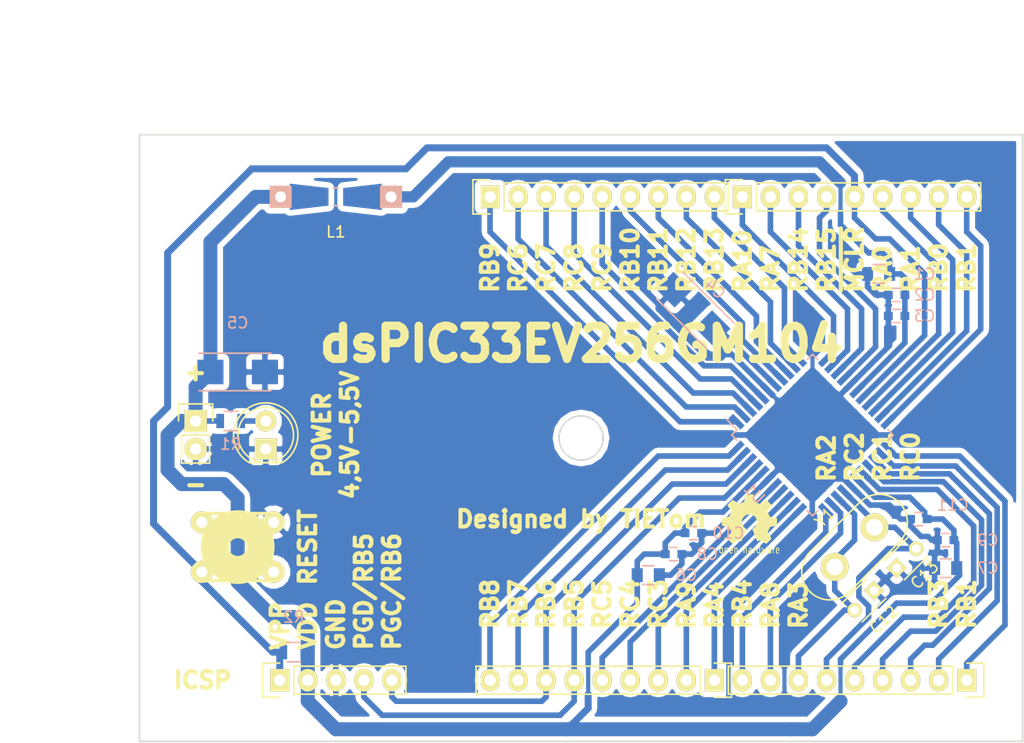
<source format=kicad_pcb>
(kicad_pcb (version 4) (host pcbnew 4.0.0-rc2-stable)

  (general
    (links 86)
    (no_connects 0)
    (area 27.000001 23.15 121.01 90.170001)
    (thickness 1.6)
    (drawings 53)
    (tracks 361)
    (zones 0)
    (modules 27)
    (nets 42)
  )

  (page A4)
  (title_block
    (title "dsPIC33EV256GM104 MiniStarter Kit")
    (date 2015-12-06)
    (rev 1.0)
    (company TIETom)
  )

  (layers
    (0 F.Cu signal hide)
    (31 B.Cu signal)
    (32 B.Adhes user)
    (33 F.Adhes user)
    (34 B.Paste user)
    (35 F.Paste user)
    (36 B.SilkS user)
    (37 F.SilkS user)
    (38 B.Mask user)
    (39 F.Mask user)
    (40 Dwgs.User user)
    (41 Cmts.User user)
    (42 Eco1.User user)
    (43 Eco2.User user)
    (44 Edge.Cuts user)
    (45 Margin user)
    (46 B.CrtYd user)
    (47 F.CrtYd user)
    (48 B.Fab user hide)
    (49 F.Fab user)
  )

  (setup
    (last_trace_width 0.25)
    (user_trace_width 0.254)
    (user_trace_width 0.381)
    (user_trace_width 0.508)
    (user_trace_width 0.635)
    (user_trace_width 0.762)
    (user_trace_width 1.016)
    (user_trace_width 1.27)
    (trace_clearance 0.2)
    (zone_clearance 0.508)
    (zone_45_only no)
    (trace_min 0.2)
    (segment_width 0.15)
    (edge_width 0.15)
    (via_size 0.6)
    (via_drill 0.4)
    (via_min_size 0.4)
    (via_min_drill 0.3)
    (uvia_size 0.3)
    (uvia_drill 0.1)
    (uvias_allowed no)
    (uvia_min_size 0)
    (uvia_min_drill 0)
    (pcb_text_width 0.3)
    (pcb_text_size 1.5 1.5)
    (mod_edge_width 0.15)
    (mod_text_size 1 1)
    (mod_text_width 0.15)
    (pad_size 2.54 2.54)
    (pad_drill 1.5)
    (pad_to_mask_clearance 0.2)
    (aux_axis_origin 0 0)
    (visible_elements 7FFFFF7F)
    (pcbplotparams
      (layerselection 0x00020_00000000)
      (usegerberextensions false)
      (excludeedgelayer false)
      (linewidth 0.100000)
      (plotframeref false)
      (viasonmask false)
      (mode 1)
      (useauxorigin false)
      (hpglpennumber 1)
      (hpglpenspeed 20)
      (hpglpendiameter 15)
      (hpglpenoverlay 2)
      (psnegative false)
      (psa4output false)
      (plotreference true)
      (plotvalue true)
      (plotinvisibletext false)
      (padsonsilk true)
      (subtractmaskfromsilk false)
      (outputformat 2)
      (mirror true)
      (drillshape 2)
      (scaleselection 1)
      (outputdirectory ""))
  )

  (net 0 "")
  (net 1 GND)
  (net 2 "Net-(C1-Pad2)")
  (net 3 "Net-(C4-Pad1)")
  (net 4 VDD)
  (net 5 RA3)
  (net 6 RA2)
  (net 7 "Net-(D1-Pad2)")
  (net 8 ~MCLR~)
  (net 9 RB5)
  (net 10 RB6)
  (net 11 RB9)
  (net 12 RC6)
  (net 13 RC7)
  (net 14 RC8)
  (net 15 RC9)
  (net 16 RB10)
  (net 17 RB11)
  (net 18 RB12)
  (net 19 RB13)
  (net 20 RA10)
  (net 21 RA7)
  (net 22 RB14)
  (net 23 RB15)
  (net 24 RA0)
  (net 25 RA1)
  (net 26 RB0)
  (net 27 RB1)
  (net 28 RA4)
  (net 29 RA9)
  (net 30 RC3)
  (net 31 RC4)
  (net 32 RC5)
  (net 33 RB7)
  (net 34 RB8)
  (net 35 RB2)
  (net 36 RB3)
  (net 37 RC0)
  (net 38 RC1)
  (net 39 RC2)
  (net 40 RA8)
  (net 41 RB4)

  (net_class Default "To jest domyślna klasa połączeń."
    (clearance 0.2)
    (trace_width 0.25)
    (via_dia 0.6)
    (via_drill 0.4)
    (uvia_dia 0.3)
    (uvia_drill 0.1)
    (add_net GND)
    (add_net "Net-(C1-Pad2)")
    (add_net "Net-(C4-Pad1)")
    (add_net "Net-(D1-Pad2)")
    (add_net RA0)
    (add_net RA1)
    (add_net RA10)
    (add_net RA2)
    (add_net RA3)
    (add_net RA4)
    (add_net RA7)
    (add_net RA8)
    (add_net RA9)
    (add_net RB0)
    (add_net RB1)
    (add_net RB10)
    (add_net RB11)
    (add_net RB12)
    (add_net RB13)
    (add_net RB14)
    (add_net RB15)
    (add_net RB2)
    (add_net RB3)
    (add_net RB4)
    (add_net RB5)
    (add_net RB6)
    (add_net RB7)
    (add_net RB8)
    (add_net RB9)
    (add_net RC0)
    (add_net RC1)
    (add_net RC2)
    (add_net RC3)
    (add_net RC4)
    (add_net RC5)
    (add_net RC6)
    (add_net RC7)
    (add_net RC8)
    (add_net RC9)
    (add_net VDD)
    (add_net ~MCLR~)
  )

  (module Pin_Headers:Pin_Header_Straight_1x09 (layer F.Cu) (tedit 5662041E) (tstamp 564BFF1B)
    (at 71.755 40.64 90)
    (descr "Through hole pin header")
    (tags "pin header")
    (path /564C01C4)
    (fp_text reference P3 (at 0 -5.1 90) (layer F.SilkS) hide
      (effects (font (size 1 1) (thickness 0.15)))
    )
    (fp_text value I/O (at 0 -3.1 90) (layer F.Fab) hide
      (effects (font (size 1 1) (thickness 0.15)))
    )
    (fp_line (start -1.75 -1.75) (end -1.75 22.1) (layer F.CrtYd) (width 0.05))
    (fp_line (start 1.75 -1.75) (end 1.75 22.1) (layer F.CrtYd) (width 0.05))
    (fp_line (start -1.75 -1.75) (end 1.75 -1.75) (layer F.CrtYd) (width 0.05))
    (fp_line (start -1.75 22.1) (end 1.75 22.1) (layer F.CrtYd) (width 0.05))
    (fp_line (start 1.27 1.27) (end 1.27 21.59) (layer F.SilkS) (width 0.15))
    (fp_line (start 1.27 21.59) (end -1.27 21.59) (layer F.SilkS) (width 0.15))
    (fp_line (start -1.27 21.59) (end -1.27 1.27) (layer F.SilkS) (width 0.15))
    (fp_line (start 1.55 -1.55) (end 1.55 0) (layer F.SilkS) (width 0.15))
    (fp_line (start 1.27 1.27) (end -1.27 1.27) (layer F.SilkS) (width 0.15))
    (fp_line (start -1.55 0) (end -1.55 -1.55) (layer F.SilkS) (width 0.15))
    (fp_line (start -1.55 -1.55) (end 1.55 -1.55) (layer F.SilkS) (width 0.15))
    (pad 1 thru_hole rect (at 0 0 90) (size 2.032 1.7272) (drill 1.016) (layers *.Cu *.Mask F.SilkS)
      (net 11 RB9))
    (pad 2 thru_hole oval (at 0 2.54 90) (size 2.032 1.7272) (drill 1.016) (layers *.Cu *.Mask F.SilkS)
      (net 12 RC6))
    (pad 3 thru_hole oval (at 0 5.08 90) (size 2.032 1.7272) (drill 1.016) (layers *.Cu *.Mask F.SilkS)
      (net 13 RC7))
    (pad 4 thru_hole oval (at 0 7.62 90) (size 2.032 1.7272) (drill 1.016) (layers *.Cu *.Mask F.SilkS)
      (net 14 RC8))
    (pad 5 thru_hole oval (at 0 10.16 90) (size 2.032 1.7272) (drill 1.016) (layers *.Cu *.Mask F.SilkS)
      (net 15 RC9))
    (pad 6 thru_hole oval (at 0 12.7 90) (size 2.032 1.7272) (drill 1.016) (layers *.Cu *.Mask F.SilkS)
      (net 16 RB10))
    (pad 7 thru_hole oval (at 0 15.24 90) (size 2.032 1.7272) (drill 1.016) (layers *.Cu *.Mask F.SilkS)
      (net 17 RB11))
    (pad 8 thru_hole oval (at 0 17.78 90) (size 2.032 1.7272) (drill 1.016) (layers *.Cu *.Mask F.SilkS)
      (net 18 RB12))
    (pad 9 thru_hole oval (at 0 20.32 90) (size 2.032 1.7272) (drill 1.016) (layers *.Cu *.Mask F.SilkS)
      (net 19 RB13))
    (model Pin_Headers.3dshapes/Pin_Header_Straight_1x09.wrl
      (at (xyz 0 -0.4 0))
      (scale (xyz 1 1 1))
      (rotate (xyz 0 0 90))
    )
  )

  (module Capacitors_SMD:C_0805 (layer B.Cu) (tedit 566413D7) (tstamp 564BFE36)
    (at 106.95 47.625)
    (descr "Capacitor SMD 0805, reflow soldering, AVX (see smccp.pdf)")
    (tags "capacitor 0805")
    (path /564B8B66)
    (attr smd)
    (fp_text reference C1 (at 4.175 0) (layer B.SilkS)
      (effects (font (size 1 1) (thickness 0.15)) (justify mirror))
    )
    (fp_text value 100n (at -4.08 0) (layer B.Fab)
      (effects (font (size 1 1) (thickness 0.15)) (justify mirror))
    )
    (fp_line (start -1.8 1) (end 1.8 1) (layer B.CrtYd) (width 0.05))
    (fp_line (start -1.8 -1) (end 1.8 -1) (layer B.CrtYd) (width 0.05))
    (fp_line (start -1.8 1) (end -1.8 -1) (layer B.CrtYd) (width 0.05))
    (fp_line (start 1.8 1) (end 1.8 -1) (layer B.CrtYd) (width 0.05))
    (fp_line (start 0.5 0.85) (end -0.5 0.85) (layer B.SilkS) (width 0.15))
    (fp_line (start -0.5 -0.85) (end 0.5 -0.85) (layer B.SilkS) (width 0.15))
    (pad 1 smd rect (at -1 0) (size 1 1.25) (layers B.Cu B.Paste B.Mask)
      (net 1 GND))
    (pad 2 smd rect (at 1 0) (size 1 1.25) (layers B.Cu B.Paste B.Mask)
      (net 2 "Net-(C1-Pad2)"))
    (model Capacitors_SMD.3dshapes/C_0805.wrl
      (at (xyz 0 0 0))
      (scale (xyz 1 1 1))
      (rotate (xyz 0 0 0))
    )
  )

  (module Capacitors_SMD:C_0603 (layer B.Cu) (tedit 566413DB) (tstamp 564BFE42)
    (at 108.585 49.53)
    (descr "Capacitor SMD 0603, reflow soldering, AVX (see smccp.pdf)")
    (tags "capacitor 0603")
    (path /564B8C13)
    (attr smd)
    (fp_text reference C2 (at 2.54 0) (layer B.SilkS)
      (effects (font (size 1 1) (thickness 0.15)) (justify mirror))
    )
    (fp_text value 10n (at -3.175 0) (layer B.Fab)
      (effects (font (size 1 1) (thickness 0.15)) (justify mirror))
    )
    (fp_line (start -1.45 0.75) (end 1.45 0.75) (layer B.CrtYd) (width 0.05))
    (fp_line (start -1.45 -0.75) (end 1.45 -0.75) (layer B.CrtYd) (width 0.05))
    (fp_line (start -1.45 0.75) (end -1.45 -0.75) (layer B.CrtYd) (width 0.05))
    (fp_line (start 1.45 0.75) (end 1.45 -0.75) (layer B.CrtYd) (width 0.05))
    (fp_line (start -0.35 0.6) (end 0.35 0.6) (layer B.SilkS) (width 0.15))
    (fp_line (start 0.35 -0.6) (end -0.35 -0.6) (layer B.SilkS) (width 0.15))
    (pad 1 smd rect (at -0.75 0) (size 0.8 0.75) (layers B.Cu B.Paste B.Mask)
      (net 1 GND))
    (pad 2 smd rect (at 0.75 0) (size 0.8 0.75) (layers B.Cu B.Paste B.Mask)
      (net 2 "Net-(C1-Pad2)"))
    (model Capacitors_SMD.3dshapes/C_0603.wrl
      (at (xyz 0 0 0))
      (scale (xyz 1 1 1))
      (rotate (xyz 0 0 0))
    )
  )

  (module Capacitors_SMD:C_0603 (layer B.Cu) (tedit 566413DE) (tstamp 564BFE4E)
    (at 108.585 51.435)
    (descr "Capacitor SMD 0603, reflow soldering, AVX (see smccp.pdf)")
    (tags "capacitor 0603")
    (path /564B8C95)
    (attr smd)
    (fp_text reference C3 (at 2.54 0) (layer B.SilkS)
      (effects (font (size 1 1) (thickness 0.15)) (justify mirror))
    )
    (fp_text value 1n (at -2.54 0) (layer B.Fab)
      (effects (font (size 1 1) (thickness 0.15)) (justify mirror))
    )
    (fp_line (start -1.45 0.75) (end 1.45 0.75) (layer B.CrtYd) (width 0.05))
    (fp_line (start -1.45 -0.75) (end 1.45 -0.75) (layer B.CrtYd) (width 0.05))
    (fp_line (start -1.45 0.75) (end -1.45 -0.75) (layer B.CrtYd) (width 0.05))
    (fp_line (start 1.45 0.75) (end 1.45 -0.75) (layer B.CrtYd) (width 0.05))
    (fp_line (start -0.35 0.6) (end 0.35 0.6) (layer B.SilkS) (width 0.15))
    (fp_line (start 0.35 -0.6) (end -0.35 -0.6) (layer B.SilkS) (width 0.15))
    (pad 1 smd rect (at -0.75 0) (size 0.8 0.75) (layers B.Cu B.Paste B.Mask)
      (net 1 GND))
    (pad 2 smd rect (at 0.75 0) (size 0.8 0.75) (layers B.Cu B.Paste B.Mask)
      (net 2 "Net-(C1-Pad2)"))
    (model Capacitors_SMD.3dshapes/C_0603.wrl
      (at (xyz 0 0 0))
      (scale (xyz 1 1 1))
      (rotate (xyz 0 0 0))
    )
  )

  (module Capacitors_Tantalum_SMD:TantalC_SizeC_EIA-6032_Reflow (layer B.Cu) (tedit 555EF86D) (tstamp 564BFE5A)
    (at 90.17 50.8 135)
    (descr "Tantal Cap. , Size C, EIA-6032, Reflow")
    (tags "Tantal Capacitor Size-C EIA-6032 Reflow")
    (path /564B80F6)
    (attr smd)
    (fp_text reference C4 (at -0.1 2.7 135) (layer B.SilkS)
      (effects (font (size 1 1) (thickness 0.15)) (justify mirror))
    )
    (fp_text value 10u (at 0 -2.9 135) (layer B.Fab)
      (effects (font (size 1 1) (thickness 0.15)) (justify mirror))
    )
    (fp_line (start 4 2) (end -4 2) (layer B.CrtYd) (width 0.05))
    (fp_line (start -4 2) (end -4 -2) (layer B.CrtYd) (width 0.05))
    (fp_line (start -4 -2) (end 4 -2) (layer B.CrtYd) (width 0.05))
    (fp_line (start 4 -2) (end 4 2) (layer B.CrtYd) (width 0.05))
    (fp_line (start 3 -1.7) (end -3.5 -1.7) (layer B.SilkS) (width 0.15))
    (fp_line (start 3 1.7) (end -3.5 1.7) (layer B.SilkS) (width 0.15))
    (pad 2 smd rect (at 2.47 0 135) (size 2.37 2.23) (layers B.Cu B.Paste B.Mask)
      (net 1 GND))
    (pad 1 smd rect (at -2.47 0 135) (size 2.37 2.23) (layers B.Cu B.Paste B.Mask)
      (net 3 "Net-(C4-Pad1)"))
    (model Capacitors_Tantalum_SMD.3dshapes/TantalC_SizeC_EIA-6032_Reflow.wrl
      (at (xyz 0 0 0))
      (scale (xyz 1 1 1))
      (rotate (xyz 0 0 180))
    )
  )

  (module Capacitors_Tantalum_SMD:TantalC_SizeC_EIA-6032_Reflow (layer B.Cu) (tedit 5664143E) (tstamp 564BFE66)
    (at 48.895 56.515)
    (descr "Tantal Cap. , Size C, EIA-6032, Reflow")
    (tags "Tantal Capacitor Size-C EIA-6032 Reflow")
    (path /564B8181)
    (attr smd)
    (fp_text reference C5 (at 0 -4.445) (layer B.SilkS)
      (effects (font (size 1 1) (thickness 0.15)) (justify mirror))
    )
    (fp_text value 10u (at 0 -2.9) (layer B.Fab)
      (effects (font (size 1 1) (thickness 0.15)) (justify mirror))
    )
    (fp_line (start 4 2) (end -4 2) (layer B.CrtYd) (width 0.05))
    (fp_line (start -4 2) (end -4 -2) (layer B.CrtYd) (width 0.05))
    (fp_line (start -4 -2) (end 4 -2) (layer B.CrtYd) (width 0.05))
    (fp_line (start 4 -2) (end 4 2) (layer B.CrtYd) (width 0.05))
    (fp_line (start 3 -1.7) (end -3.5 -1.7) (layer B.SilkS) (width 0.15))
    (fp_line (start 3 1.7) (end -3.5 1.7) (layer B.SilkS) (width 0.15))
    (pad 2 smd rect (at 2.47 0) (size 2.37 2.23) (layers B.Cu B.Paste B.Mask)
      (net 1 GND))
    (pad 1 smd rect (at -2.47 0) (size 2.37 2.23) (layers B.Cu B.Paste B.Mask)
      (net 4 VDD))
    (model Capacitors_Tantalum_SMD.3dshapes/TantalC_SizeC_EIA-6032_Reflow.wrl
      (at (xyz 0 0 0))
      (scale (xyz 1 1 1))
      (rotate (xyz 0 0 180))
    )
  )

  (module Capacitors_SMD:C_0805 (layer B.Cu) (tedit 56641361) (tstamp 564BFE72)
    (at 86.09 74.93)
    (descr "Capacitor SMD 0805, reflow soldering, AVX (see smccp.pdf)")
    (tags "capacitor 0805")
    (path /564B824F)
    (attr smd)
    (fp_text reference C6 (at 3.445 0) (layer B.SilkS)
      (effects (font (size 1 1) (thickness 0.15)) (justify mirror))
    )
    (fp_text value 100n (at -4.175 0) (layer B.Fab)
      (effects (font (size 1 1) (thickness 0.15)) (justify mirror))
    )
    (fp_line (start -1.8 1) (end 1.8 1) (layer B.CrtYd) (width 0.05))
    (fp_line (start -1.8 -1) (end 1.8 -1) (layer B.CrtYd) (width 0.05))
    (fp_line (start -1.8 1) (end -1.8 -1) (layer B.CrtYd) (width 0.05))
    (fp_line (start 1.8 1) (end 1.8 -1) (layer B.CrtYd) (width 0.05))
    (fp_line (start 0.5 0.85) (end -0.5 0.85) (layer B.SilkS) (width 0.15))
    (fp_line (start -0.5 -0.85) (end 0.5 -0.85) (layer B.SilkS) (width 0.15))
    (pad 1 smd rect (at -1 0) (size 1 1.25) (layers B.Cu B.Paste B.Mask)
      (net 4 VDD))
    (pad 2 smd rect (at 1 0) (size 1 1.25) (layers B.Cu B.Paste B.Mask)
      (net 1 GND))
    (model Capacitors_SMD.3dshapes/C_0805.wrl
      (at (xyz 0 0 0))
      (scale (xyz 1 1 1))
      (rotate (xyz 0 0 0))
    )
  )

  (module Capacitors_SMD:C_0805 (layer B.Cu) (tedit 566413A3) (tstamp 564BFE7E)
    (at 113.03 74.295 180)
    (descr "Capacitor SMD 0805, reflow soldering, AVX (see smccp.pdf)")
    (tags "capacitor 0805")
    (path /564B87AE)
    (attr smd)
    (fp_text reference C7 (at -3.81 0 180) (layer B.SilkS)
      (effects (font (size 1 1) (thickness 0.15)) (justify mirror))
    )
    (fp_text value 100n (at -3.81 -1.27 180) (layer B.Fab)
      (effects (font (size 1 1) (thickness 0.15)) (justify mirror))
    )
    (fp_line (start -1.8 1) (end 1.8 1) (layer B.CrtYd) (width 0.05))
    (fp_line (start -1.8 -1) (end 1.8 -1) (layer B.CrtYd) (width 0.05))
    (fp_line (start -1.8 1) (end -1.8 -1) (layer B.CrtYd) (width 0.05))
    (fp_line (start 1.8 1) (end 1.8 -1) (layer B.CrtYd) (width 0.05))
    (fp_line (start 0.5 0.85) (end -0.5 0.85) (layer B.SilkS) (width 0.15))
    (fp_line (start -0.5 -0.85) (end 0.5 -0.85) (layer B.SilkS) (width 0.15))
    (pad 1 smd rect (at -1 0 180) (size 1 1.25) (layers B.Cu B.Paste B.Mask)
      (net 4 VDD))
    (pad 2 smd rect (at 1 0 180) (size 1 1.25) (layers B.Cu B.Paste B.Mask)
      (net 1 GND))
    (model Capacitors_SMD.3dshapes/C_0805.wrl
      (at (xyz 0 0 0))
      (scale (xyz 1 1 1))
      (rotate (xyz 0 0 0))
    )
  )

  (module Capacitors_SMD:C_0603 (layer B.Cu) (tedit 5664136A) (tstamp 564BFE8A)
    (at 88.38 73.025)
    (descr "Capacitor SMD 0603, reflow soldering, AVX (see smccp.pdf)")
    (tags "capacitor 0603")
    (path /564B87D4)
    (attr smd)
    (fp_text reference C8 (at 3.06 0) (layer B.SilkS)
      (effects (font (size 1 1) (thickness 0.15)) (justify mirror))
    )
    (fp_text value 10n (at -3.29 0) (layer B.Fab)
      (effects (font (size 1 1) (thickness 0.15)) (justify mirror))
    )
    (fp_line (start -1.45 0.75) (end 1.45 0.75) (layer B.CrtYd) (width 0.05))
    (fp_line (start -1.45 -0.75) (end 1.45 -0.75) (layer B.CrtYd) (width 0.05))
    (fp_line (start -1.45 0.75) (end -1.45 -0.75) (layer B.CrtYd) (width 0.05))
    (fp_line (start 1.45 0.75) (end 1.45 -0.75) (layer B.CrtYd) (width 0.05))
    (fp_line (start -0.35 0.6) (end 0.35 0.6) (layer B.SilkS) (width 0.15))
    (fp_line (start 0.35 -0.6) (end -0.35 -0.6) (layer B.SilkS) (width 0.15))
    (pad 1 smd rect (at -0.75 0) (size 0.8 0.75) (layers B.Cu B.Paste B.Mask)
      (net 4 VDD))
    (pad 2 smd rect (at 0.75 0) (size 0.8 0.75) (layers B.Cu B.Paste B.Mask)
      (net 1 GND))
    (model Capacitors_SMD.3dshapes/C_0603.wrl
      (at (xyz 0 0 0))
      (scale (xyz 1 1 1))
      (rotate (xyz 0 0 0))
    )
  )

  (module Capacitors_SMD:C_0603 (layer B.Cu) (tedit 566413AD) (tstamp 564BFE96)
    (at 113.03 71.755 180)
    (descr "Capacitor SMD 0603, reflow soldering, AVX (see smccp.pdf)")
    (tags "capacitor 0603")
    (path /564B8843)
    (attr smd)
    (fp_text reference C9 (at -3.81 0 180) (layer B.SilkS)
      (effects (font (size 1 1) (thickness 0.15)) (justify mirror))
    )
    (fp_text value 10n (at -3.81 -1.27 180) (layer B.Fab)
      (effects (font (size 1 1) (thickness 0.15)) (justify mirror))
    )
    (fp_line (start -1.45 0.75) (end 1.45 0.75) (layer B.CrtYd) (width 0.05))
    (fp_line (start -1.45 -0.75) (end 1.45 -0.75) (layer B.CrtYd) (width 0.05))
    (fp_line (start -1.45 0.75) (end -1.45 -0.75) (layer B.CrtYd) (width 0.05))
    (fp_line (start 1.45 0.75) (end 1.45 -0.75) (layer B.CrtYd) (width 0.05))
    (fp_line (start -0.35 0.6) (end 0.35 0.6) (layer B.SilkS) (width 0.15))
    (fp_line (start 0.35 -0.6) (end -0.35 -0.6) (layer B.SilkS) (width 0.15))
    (pad 1 smd rect (at -0.75 0 180) (size 0.8 0.75) (layers B.Cu B.Paste B.Mask)
      (net 4 VDD))
    (pad 2 smd rect (at 0.75 0 180) (size 0.8 0.75) (layers B.Cu B.Paste B.Mask)
      (net 1 GND))
    (model Capacitors_SMD.3dshapes/C_0603.wrl
      (at (xyz 0 0 0))
      (scale (xyz 1 1 1))
      (rotate (xyz 0 0 0))
    )
  )

  (module Capacitors_SMD:C_0603 (layer B.Cu) (tedit 5664136D) (tstamp 564BFEA2)
    (at 90.17 71.12)
    (descr "Capacitor SMD 0603, reflow soldering, AVX (see smccp.pdf)")
    (tags "capacitor 0603")
    (path /564B886F)
    (attr smd)
    (fp_text reference C10 (at 3.175 0) (layer B.SilkS)
      (effects (font (size 1 1) (thickness 0.15)) (justify mirror))
    )
    (fp_text value 1n (at -2.54 0) (layer B.Fab)
      (effects (font (size 1 1) (thickness 0.15)) (justify mirror))
    )
    (fp_line (start -1.45 0.75) (end 1.45 0.75) (layer B.CrtYd) (width 0.05))
    (fp_line (start -1.45 -0.75) (end 1.45 -0.75) (layer B.CrtYd) (width 0.05))
    (fp_line (start -1.45 0.75) (end -1.45 -0.75) (layer B.CrtYd) (width 0.05))
    (fp_line (start 1.45 0.75) (end 1.45 -0.75) (layer B.CrtYd) (width 0.05))
    (fp_line (start -0.35 0.6) (end 0.35 0.6) (layer B.SilkS) (width 0.15))
    (fp_line (start 0.35 -0.6) (end -0.35 -0.6) (layer B.SilkS) (width 0.15))
    (pad 1 smd rect (at -0.75 0) (size 0.8 0.75) (layers B.Cu B.Paste B.Mask)
      (net 4 VDD))
    (pad 2 smd rect (at 0.75 0) (size 0.8 0.75) (layers B.Cu B.Paste B.Mask)
      (net 1 GND))
    (model Capacitors_SMD.3dshapes/C_0603.wrl
      (at (xyz 0 0 0))
      (scale (xyz 1 1 1))
      (rotate (xyz 0 0 0))
    )
  )

  (module Capacitors_SMD:C_0603 (layer B.Cu) (tedit 566413BC) (tstamp 564BFEAE)
    (at 110.605 69.85 180)
    (descr "Capacitor SMD 0603, reflow soldering, AVX (see smccp.pdf)")
    (tags "capacitor 0603")
    (path /564B88D7)
    (attr smd)
    (fp_text reference C11 (at -3.06 1.27 180) (layer B.SilkS)
      (effects (font (size 1 1) (thickness 0.15)) (justify mirror))
    )
    (fp_text value 1n (at -3.06 0 180) (layer B.Fab)
      (effects (font (size 1 1) (thickness 0.15)) (justify mirror))
    )
    (fp_line (start -1.45 0.75) (end 1.45 0.75) (layer B.CrtYd) (width 0.05))
    (fp_line (start -1.45 -0.75) (end 1.45 -0.75) (layer B.CrtYd) (width 0.05))
    (fp_line (start -1.45 0.75) (end -1.45 -0.75) (layer B.CrtYd) (width 0.05))
    (fp_line (start 1.45 0.75) (end 1.45 -0.75) (layer B.CrtYd) (width 0.05))
    (fp_line (start -0.35 0.6) (end 0.35 0.6) (layer B.SilkS) (width 0.15))
    (fp_line (start 0.35 -0.6) (end -0.35 -0.6) (layer B.SilkS) (width 0.15))
    (pad 1 smd rect (at -0.75 0 180) (size 0.8 0.75) (layers B.Cu B.Paste B.Mask)
      (net 4 VDD))
    (pad 2 smd rect (at 0.75 0 180) (size 0.8 0.75) (layers B.Cu B.Paste B.Mask)
      (net 1 GND))
    (model Capacitors_SMD.3dshapes/C_0603.wrl
      (at (xyz 0 0 0))
      (scale (xyz 1 1 1))
      (rotate (xyz 0 0 0))
    )
  )

  (module Capacitors_ThroughHole:C_Disc_D3_P2.5 (layer F.Cu) (tedit 56641389) (tstamp 564BFEBA)
    (at 106.542767 76.337233 225)
    (descr "Capacitor 3mm Disc, Pitch 2.5mm")
    (tags Capacitor)
    (path /564BD919)
    (fp_text reference C12 (at 1.25 -2.5 225) (layer F.SilkS)
      (effects (font (size 1 1) (thickness 0.15)))
    )
    (fp_text value C_Crystal (at 1.152962 -4.041115 225) (layer F.Fab)
      (effects (font (size 1 1) (thickness 0.15)))
    )
    (fp_line (start -0.9 -1.5) (end 3.4 -1.5) (layer F.CrtYd) (width 0.05))
    (fp_line (start 3.4 -1.5) (end 3.4 1.5) (layer F.CrtYd) (width 0.05))
    (fp_line (start 3.4 1.5) (end -0.9 1.5) (layer F.CrtYd) (width 0.05))
    (fp_line (start -0.9 1.5) (end -0.9 -1.5) (layer F.CrtYd) (width 0.05))
    (fp_line (start -0.25 -1.25) (end 2.75 -1.25) (layer F.SilkS) (width 0.15))
    (fp_line (start 2.75 1.25) (end -0.25 1.25) (layer F.SilkS) (width 0.15))
    (pad 1 thru_hole rect (at 0 0 225) (size 1.3 1.3) (drill 0.8) (layers *.Cu *.Mask F.SilkS)
      (net 1 GND))
    (pad 2 thru_hole circle (at 2.5 0 225) (size 1.3 1.3) (drill 0.8001) (layers *.Cu *.Mask F.SilkS)
      (net 5 RA3))
    (model Capacitors_ThroughHole.3dshapes/C_Disc_D3_P2.5.wrl
      (at (xyz 0.0492126 0 0))
      (scale (xyz 1 1 1))
      (rotate (xyz 0 0 0))
    )
  )

  (module Capacitors_ThroughHole:C_Disc_D3_P2.5 (layer F.Cu) (tedit 56641382) (tstamp 564BFEC6)
    (at 108.585 74.295 45)
    (descr "Capacitor 3mm Disc, Pitch 2.5mm")
    (tags Capacitor)
    (path /564BD9A9)
    (fp_text reference C13 (at 1.347038 2.245064 45) (layer F.SilkS)
      (effects (font (size 1 1) (thickness 0.15)))
    )
    (fp_text value C_Crystal (at 8.082231 0 45) (layer F.Fab)
      (effects (font (size 1 1) (thickness 0.15)))
    )
    (fp_line (start -0.9 -1.5) (end 3.4 -1.5) (layer F.CrtYd) (width 0.05))
    (fp_line (start 3.4 -1.5) (end 3.4 1.5) (layer F.CrtYd) (width 0.05))
    (fp_line (start 3.4 1.5) (end -0.9 1.5) (layer F.CrtYd) (width 0.05))
    (fp_line (start -0.9 1.5) (end -0.9 -1.5) (layer F.CrtYd) (width 0.05))
    (fp_line (start -0.25 -1.25) (end 2.75 -1.25) (layer F.SilkS) (width 0.15))
    (fp_line (start 2.75 1.25) (end -0.25 1.25) (layer F.SilkS) (width 0.15))
    (pad 1 thru_hole rect (at 0 0 45) (size 1.3 1.3) (drill 0.8) (layers *.Cu *.Mask F.SilkS)
      (net 1 GND))
    (pad 2 thru_hole circle (at 2.5 0 45) (size 1.3 1.3) (drill 0.8001) (layers *.Cu *.Mask F.SilkS)
      (net 6 RA2))
    (model Capacitors_ThroughHole.3dshapes/C_Disc_D3_P2.5.wrl
      (at (xyz 0.0492126 0 0))
      (scale (xyz 1 1 1))
      (rotate (xyz 0 0 0))
    )
  )

  (module LEDs:LED-5MM (layer F.Cu) (tedit 56641433) (tstamp 564BFED2)
    (at 51.435 63.5 90)
    (descr "LED 5mm round vertical")
    (tags "LED 5mm round vertical")
    (path /564BC5CF)
    (fp_text reference D1 (at 1.524 4.064 90) (layer F.SilkS) hide
      (effects (font (size 1 1) (thickness 0.15)))
    )
    (fp_text value Green (at -2.54 0 180) (layer F.Fab)
      (effects (font (size 1 1) (thickness 0.15)))
    )
    (fp_line (start -1.5 -1.55) (end -1.5 1.55) (layer F.CrtYd) (width 0.05))
    (fp_arc (start 1.3 0) (end -1.5 1.55) (angle -302) (layer F.CrtYd) (width 0.05))
    (fp_arc (start 1.27 0) (end -1.23 -1.5) (angle 297.5) (layer F.SilkS) (width 0.15))
    (fp_line (start -1.23 1.5) (end -1.23 -1.5) (layer F.SilkS) (width 0.15))
    (fp_circle (center 1.27 0) (end 0.97 -2.5) (layer F.SilkS) (width 0.15))
    (fp_text user K (at -1.905 1.905 90) (layer F.SilkS) hide
      (effects (font (size 1 1) (thickness 0.15)))
    )
    (pad 1 thru_hole rect (at 0 0 180) (size 2 1.9) (drill 1.00076) (layers *.Cu *.Mask F.SilkS)
      (net 1 GND))
    (pad 2 thru_hole circle (at 2.54 0 90) (size 1.9 1.9) (drill 1.00076) (layers *.Cu *.Mask F.SilkS)
      (net 7 "Net-(D1-Pad2)"))
    (model LEDs.3dshapes/LED-5MM.wrl
      (at (xyz 0.05 0 0))
      (scale (xyz 1 1 1))
      (rotate (xyz 0 0 90))
    )
  )

  (module Resistors_Universal:Resistor_SMD+THTuniversal_0805to1206_RM10_HandSoldering (layer B.Cu) (tedit 56641423) (tstamp 564BFEDE)
    (at 57.785 40.64 180)
    (descr "Resistor, SMD and THT, universal, 0805 to 1206,RM10,  Hand soldering,")
    (tags "Resistor, SMD and THT, universal, 0805 to 1206, RM10, Hand soldering,")
    (path /564BA00E)
    (fp_text reference L1 (at 0 -3.175 180) (layer F.SilkS)
      (effects (font (size 1 1) (thickness 0.15)))
    )
    (fp_text value 2,2uH (at 0 -5.08 180) (layer F.Fab)
      (effects (font (size 1 1) (thickness 0.15)))
    )
    (fp_line (start 0 -0.8001) (end 0.20066 -0.8001) (layer B.SilkS) (width 0.15))
    (fp_line (start 0 -0.8001) (end -0.20066 -0.8001) (layer B.SilkS) (width 0.15))
    (fp_line (start -0.09906 0.8001) (end -0.20066 0.8001) (layer B.SilkS) (width 0.15))
    (fp_line (start -0.20066 0.8001) (end 0.20066 0.8001) (layer B.SilkS) (width 0.15))
    (pad 1 smd trapezoid (at -2.413 0 180) (size 3.50012 1.99898) (rect_delta 0.39878 0 ) (layers B.Cu B.Paste B.Mask)
      (net 2 "Net-(C1-Pad2)"))
    (pad 2 smd trapezoid (at 2.413 0) (size 3.50012 1.99898) (rect_delta 0.39878 0 ) (layers B.Cu B.Paste B.Mask)
      (net 4 VDD))
    (pad 1 thru_hole rect (at -5.00126 0) (size 1.99898 1.99898) (drill 1.00076) (layers *.Cu *.Mask B.SilkS)
      (net 2 "Net-(C1-Pad2)"))
    (pad 2 thru_hole rect (at 5.00126 0) (size 1.99898 1.99898) (drill 1.00076) (layers *.Cu *.Mask B.SilkS)
      (net 4 VDD))
  )

  (module Pin_Headers:Pin_Header_Straight_1x02 (layer F.Cu) (tedit 566203D4) (tstamp 564BFEEF)
    (at 45.085 60.96)
    (descr "Through hole pin header")
    (tags "pin header")
    (path /564BCB52)
    (fp_text reference P1 (at -2.54 1.27 90) (layer F.SilkS) hide
      (effects (font (size 1 1) (thickness 0.15)))
    )
    (fp_text value POWER (at 11.43 1.27 90) (layer F.SilkS)
      (effects (font (size 1.5 1.5) (thickness 0.375)))
    )
    (fp_line (start 1.27 1.27) (end 1.27 3.81) (layer F.SilkS) (width 0.15))
    (fp_line (start 1.55 -1.55) (end 1.55 0) (layer F.SilkS) (width 0.15))
    (fp_line (start -1.75 -1.75) (end -1.75 4.3) (layer F.CrtYd) (width 0.05))
    (fp_line (start 1.75 -1.75) (end 1.75 4.3) (layer F.CrtYd) (width 0.05))
    (fp_line (start -1.75 -1.75) (end 1.75 -1.75) (layer F.CrtYd) (width 0.05))
    (fp_line (start -1.75 4.3) (end 1.75 4.3) (layer F.CrtYd) (width 0.05))
    (fp_line (start 1.27 1.27) (end -1.27 1.27) (layer F.SilkS) (width 0.15))
    (fp_line (start -1.55 0) (end -1.55 -1.55) (layer F.SilkS) (width 0.15))
    (fp_line (start -1.55 -1.55) (end 1.55 -1.55) (layer F.SilkS) (width 0.15))
    (fp_line (start -1.27 1.27) (end -1.27 3.81) (layer F.SilkS) (width 0.15))
    (fp_line (start -1.27 3.81) (end 1.27 3.81) (layer F.SilkS) (width 0.15))
    (pad 1 thru_hole rect (at 0 0) (size 2.032 2.032) (drill 1.016) (layers *.Cu *.Mask F.SilkS)
      (net 4 VDD))
    (pad 2 thru_hole oval (at 0 2.54) (size 2.032 2.032) (drill 1.016) (layers *.Cu *.Mask F.SilkS)
      (net 1 GND))
    (model Pin_Headers.3dshapes/Pin_Header_Straight_1x02.wrl
      (at (xyz 0 -0.05 0))
      (scale (xyz 1 1 1))
      (rotate (xyz 0 0 90))
    )
  )

  (module Pin_Headers:Pin_Header_Straight_1x05 (layer F.Cu) (tedit 56620725) (tstamp 564BFF03)
    (at 52.705001 84.455 90)
    (descr "Through hole pin header")
    (tags "pin header")
    (path /564B719B)
    (fp_text reference P2 (at 0 -5.1 90) (layer F.SilkS) hide
      (effects (font (size 1 1) (thickness 0.15)))
    )
    (fp_text value ICSP (at 0 -6.985001 180) (layer F.SilkS)
      (effects (font (size 1.5 1.5) (thickness 0.375)))
    )
    (fp_line (start -1.55 0) (end -1.55 -1.55) (layer F.SilkS) (width 0.15))
    (fp_line (start -1.55 -1.55) (end 1.55 -1.55) (layer F.SilkS) (width 0.15))
    (fp_line (start 1.55 -1.55) (end 1.55 0) (layer F.SilkS) (width 0.15))
    (fp_line (start -1.75 -1.75) (end -1.75 11.95) (layer F.CrtYd) (width 0.05))
    (fp_line (start 1.75 -1.75) (end 1.75 11.95) (layer F.CrtYd) (width 0.05))
    (fp_line (start -1.75 -1.75) (end 1.75 -1.75) (layer F.CrtYd) (width 0.05))
    (fp_line (start -1.75 11.95) (end 1.75 11.95) (layer F.CrtYd) (width 0.05))
    (fp_line (start 1.27 1.27) (end 1.27 11.43) (layer F.SilkS) (width 0.15))
    (fp_line (start 1.27 11.43) (end -1.27 11.43) (layer F.SilkS) (width 0.15))
    (fp_line (start -1.27 11.43) (end -1.27 1.27) (layer F.SilkS) (width 0.15))
    (fp_line (start 1.27 1.27) (end -1.27 1.27) (layer F.SilkS) (width 0.15))
    (pad 1 thru_hole rect (at 0 0 90) (size 2.032 1.7272) (drill 1.016) (layers *.Cu *.Mask F.SilkS)
      (net 8 ~MCLR~))
    (pad 2 thru_hole oval (at 0 2.54 90) (size 2.032 1.7272) (drill 1.016) (layers *.Cu *.Mask F.SilkS)
      (net 4 VDD))
    (pad 3 thru_hole oval (at 0 5.08 90) (size 2.032 1.7272) (drill 1.016) (layers *.Cu *.Mask F.SilkS)
      (net 1 GND))
    (pad 4 thru_hole oval (at 0 7.62 90) (size 2.032 1.7272) (drill 1.016) (layers *.Cu *.Mask F.SilkS)
      (net 9 RB5))
    (pad 5 thru_hole oval (at 0 10.16 90) (size 2.032 1.7272) (drill 1.016) (layers *.Cu *.Mask F.SilkS)
      (net 10 RB6))
    (model Pin_Headers.3dshapes/Pin_Header_Straight_1x05.wrl
      (at (xyz 0 -0.2 0))
      (scale (xyz 1 1 1))
      (rotate (xyz 0 0 90))
    )
  )

  (module Pin_Headers:Pin_Header_Straight_1x09 (layer F.Cu) (tedit 56620417) (tstamp 564BFF33)
    (at 94.615 40.64 90)
    (descr "Through hole pin header")
    (tags "pin header")
    (path /564C07B9)
    (fp_text reference P4 (at 0 -5.1 90) (layer F.SilkS) hide
      (effects (font (size 1 1) (thickness 0.15)))
    )
    (fp_text value I/O (at 0 -3.1 90) (layer F.Fab) hide
      (effects (font (size 1 1) (thickness 0.15)))
    )
    (fp_line (start -1.75 -1.75) (end -1.75 22.1) (layer F.CrtYd) (width 0.05))
    (fp_line (start 1.75 -1.75) (end 1.75 22.1) (layer F.CrtYd) (width 0.05))
    (fp_line (start -1.75 -1.75) (end 1.75 -1.75) (layer F.CrtYd) (width 0.05))
    (fp_line (start -1.75 22.1) (end 1.75 22.1) (layer F.CrtYd) (width 0.05))
    (fp_line (start 1.27 1.27) (end 1.27 21.59) (layer F.SilkS) (width 0.15))
    (fp_line (start 1.27 21.59) (end -1.27 21.59) (layer F.SilkS) (width 0.15))
    (fp_line (start -1.27 21.59) (end -1.27 1.27) (layer F.SilkS) (width 0.15))
    (fp_line (start 1.55 -1.55) (end 1.55 0) (layer F.SilkS) (width 0.15))
    (fp_line (start 1.27 1.27) (end -1.27 1.27) (layer F.SilkS) (width 0.15))
    (fp_line (start -1.55 0) (end -1.55 -1.55) (layer F.SilkS) (width 0.15))
    (fp_line (start -1.55 -1.55) (end 1.55 -1.55) (layer F.SilkS) (width 0.15))
    (pad 1 thru_hole rect (at 0 0 90) (size 2.032 1.7272) (drill 1.016) (layers *.Cu *.Mask F.SilkS)
      (net 20 RA10))
    (pad 2 thru_hole oval (at 0 2.54 90) (size 2.032 1.7272) (drill 1.016) (layers *.Cu *.Mask F.SilkS)
      (net 21 RA7))
    (pad 3 thru_hole oval (at 0 5.08 90) (size 2.032 1.7272) (drill 1.016) (layers *.Cu *.Mask F.SilkS)
      (net 22 RB14))
    (pad 4 thru_hole oval (at 0 7.62 90) (size 2.032 1.7272) (drill 1.016) (layers *.Cu *.Mask F.SilkS)
      (net 23 RB15))
    (pad 5 thru_hole oval (at 0 10.16 90) (size 2.032 1.7272) (drill 1.016) (layers *.Cu *.Mask F.SilkS)
      (net 8 ~MCLR~))
    (pad 6 thru_hole oval (at 0 12.7 90) (size 2.032 1.7272) (drill 1.016) (layers *.Cu *.Mask F.SilkS)
      (net 24 RA0))
    (pad 7 thru_hole oval (at 0 15.24 90) (size 2.032 1.7272) (drill 1.016) (layers *.Cu *.Mask F.SilkS)
      (net 25 RA1))
    (pad 8 thru_hole oval (at 0 17.78 90) (size 2.032 1.7272) (drill 1.016) (layers *.Cu *.Mask F.SilkS)
      (net 26 RB0))
    (pad 9 thru_hole oval (at 0 20.32 90) (size 2.032 1.7272) (drill 1.016) (layers *.Cu *.Mask F.SilkS)
      (net 27 RB1))
    (model Pin_Headers.3dshapes/Pin_Header_Straight_1x09.wrl
      (at (xyz 0 -0.4 0))
      (scale (xyz 1 1 1))
      (rotate (xyz 0 0 90))
    )
  )

  (module Pin_Headers:Pin_Header_Straight_1x09 (layer F.Cu) (tedit 566203FD) (tstamp 564BFF4B)
    (at 92.075 84.455 270)
    (descr "Through hole pin header")
    (tags "pin header")
    (path /564C1640)
    (fp_text reference P5 (at 0 -5.1 270) (layer F.SilkS) hide
      (effects (font (size 1 1) (thickness 0.15)))
    )
    (fp_text value I/O (at 0 -3.1 270) (layer F.Fab) hide
      (effects (font (size 1 1) (thickness 0.15)))
    )
    (fp_line (start -1.75 -1.75) (end -1.75 22.1) (layer F.CrtYd) (width 0.05))
    (fp_line (start 1.75 -1.75) (end 1.75 22.1) (layer F.CrtYd) (width 0.05))
    (fp_line (start -1.75 -1.75) (end 1.75 -1.75) (layer F.CrtYd) (width 0.05))
    (fp_line (start -1.75 22.1) (end 1.75 22.1) (layer F.CrtYd) (width 0.05))
    (fp_line (start 1.27 1.27) (end 1.27 21.59) (layer F.SilkS) (width 0.15))
    (fp_line (start 1.27 21.59) (end -1.27 21.59) (layer F.SilkS) (width 0.15))
    (fp_line (start -1.27 21.59) (end -1.27 1.27) (layer F.SilkS) (width 0.15))
    (fp_line (start 1.55 -1.55) (end 1.55 0) (layer F.SilkS) (width 0.15))
    (fp_line (start 1.27 1.27) (end -1.27 1.27) (layer F.SilkS) (width 0.15))
    (fp_line (start -1.55 0) (end -1.55 -1.55) (layer F.SilkS) (width 0.15))
    (fp_line (start -1.55 -1.55) (end 1.55 -1.55) (layer F.SilkS) (width 0.15))
    (pad 1 thru_hole rect (at 0 0 270) (size 2.032 1.7272) (drill 1.016) (layers *.Cu *.Mask F.SilkS)
      (net 28 RA4))
    (pad 2 thru_hole oval (at 0 2.54 270) (size 2.032 1.7272) (drill 1.016) (layers *.Cu *.Mask F.SilkS)
      (net 29 RA9))
    (pad 3 thru_hole oval (at 0 5.08 270) (size 2.032 1.7272) (drill 1.016) (layers *.Cu *.Mask F.SilkS)
      (net 30 RC3))
    (pad 4 thru_hole oval (at 0 7.62 270) (size 2.032 1.7272) (drill 1.016) (layers *.Cu *.Mask F.SilkS)
      (net 31 RC4))
    (pad 5 thru_hole oval (at 0 10.16 270) (size 2.032 1.7272) (drill 1.016) (layers *.Cu *.Mask F.SilkS)
      (net 32 RC5))
    (pad 6 thru_hole oval (at 0 12.7 270) (size 2.032 1.7272) (drill 1.016) (layers *.Cu *.Mask F.SilkS)
      (net 9 RB5))
    (pad 7 thru_hole oval (at 0 15.24 270) (size 2.032 1.7272) (drill 1.016) (layers *.Cu *.Mask F.SilkS)
      (net 10 RB6))
    (pad 8 thru_hole oval (at 0 17.78 270) (size 2.032 1.7272) (drill 1.016) (layers *.Cu *.Mask F.SilkS)
      (net 33 RB7))
    (pad 9 thru_hole oval (at 0 20.32 270) (size 2.032 1.7272) (drill 1.016) (layers *.Cu *.Mask F.SilkS)
      (net 34 RB8))
    (model Pin_Headers.3dshapes/Pin_Header_Straight_1x09.wrl
      (at (xyz 0 -0.4 0))
      (scale (xyz 1 1 1))
      (rotate (xyz 0 0 90))
    )
  )

  (module Pin_Headers:Pin_Header_Straight_1x09 (layer F.Cu) (tedit 56620408) (tstamp 564BFF63)
    (at 114.935 84.455 270)
    (descr "Through hole pin header")
    (tags "pin header")
    (path /564C1939)
    (fp_text reference P6 (at 0 -5.1 270) (layer F.SilkS) hide
      (effects (font (size 1 1) (thickness 0.15)))
    )
    (fp_text value I/O (at 0 -3.1 270) (layer F.Fab) hide
      (effects (font (size 1 1) (thickness 0.15)))
    )
    (fp_line (start -1.75 -1.75) (end -1.75 22.1) (layer F.CrtYd) (width 0.05))
    (fp_line (start 1.75 -1.75) (end 1.75 22.1) (layer F.CrtYd) (width 0.05))
    (fp_line (start -1.75 -1.75) (end 1.75 -1.75) (layer F.CrtYd) (width 0.05))
    (fp_line (start -1.75 22.1) (end 1.75 22.1) (layer F.CrtYd) (width 0.05))
    (fp_line (start 1.27 1.27) (end 1.27 21.59) (layer F.SilkS) (width 0.15))
    (fp_line (start 1.27 21.59) (end -1.27 21.59) (layer F.SilkS) (width 0.15))
    (fp_line (start -1.27 21.59) (end -1.27 1.27) (layer F.SilkS) (width 0.15))
    (fp_line (start 1.55 -1.55) (end 1.55 0) (layer F.SilkS) (width 0.15))
    (fp_line (start 1.27 1.27) (end -1.27 1.27) (layer F.SilkS) (width 0.15))
    (fp_line (start -1.55 0) (end -1.55 -1.55) (layer F.SilkS) (width 0.15))
    (fp_line (start -1.55 -1.55) (end 1.55 -1.55) (layer F.SilkS) (width 0.15))
    (pad 1 thru_hole rect (at 0 0 270) (size 2.032 1.7272) (drill 1.016) (layers *.Cu *.Mask F.SilkS)
      (net 35 RB2))
    (pad 2 thru_hole oval (at 0 2.54 270) (size 2.032 1.7272) (drill 1.016) (layers *.Cu *.Mask F.SilkS)
      (net 36 RB3))
    (pad 3 thru_hole oval (at 0 5.08 270) (size 2.032 1.7272) (drill 1.016) (layers *.Cu *.Mask F.SilkS)
      (net 37 RC0))
    (pad 4 thru_hole oval (at 0 7.62 270) (size 2.032 1.7272) (drill 1.016) (layers *.Cu *.Mask F.SilkS)
      (net 38 RC1))
    (pad 5 thru_hole oval (at 0 10.16 270) (size 2.032 1.7272) (drill 1.016) (layers *.Cu *.Mask F.SilkS)
      (net 39 RC2))
    (pad 6 thru_hole oval (at 0 12.7 270) (size 2.032 1.7272) (drill 1.016) (layers *.Cu *.Mask F.SilkS)
      (net 6 RA2))
    (pad 7 thru_hole oval (at 0 15.24 270) (size 2.032 1.7272) (drill 1.016) (layers *.Cu *.Mask F.SilkS)
      (net 5 RA3))
    (pad 8 thru_hole oval (at 0 17.78 270) (size 2.032 1.7272) (drill 1.016) (layers *.Cu *.Mask F.SilkS)
      (net 40 RA8))
    (pad 9 thru_hole oval (at 0 20.32 270) (size 2.032 1.7272) (drill 1.016) (layers *.Cu *.Mask F.SilkS)
      (net 41 RB4))
    (model Pin_Headers.3dshapes/Pin_Header_Straight_1x09.wrl
      (at (xyz 0 -0.4 0))
      (scale (xyz 1 1 1))
      (rotate (xyz 0 0 90))
    )
  )

  (module Resistors_SMD:R_0805 (layer B.Cu) (tedit 56641443) (tstamp 564BFF6F)
    (at 48.26 60.96)
    (descr "Resistor SMD 0805, reflow soldering, Vishay (see dcrcw.pdf)")
    (tags "resistor 0805")
    (path /564BC4FC)
    (attr smd)
    (fp_text reference R1 (at 0 2.1) (layer B.SilkS)
      (effects (font (size 1 1) (thickness 0.15)) (justify mirror))
    )
    (fp_text value 1k (at 0 3.81) (layer B.Fab)
      (effects (font (size 1 1) (thickness 0.15)) (justify mirror))
    )
    (fp_line (start -1.6 1) (end 1.6 1) (layer B.CrtYd) (width 0.05))
    (fp_line (start -1.6 -1) (end 1.6 -1) (layer B.CrtYd) (width 0.05))
    (fp_line (start -1.6 1) (end -1.6 -1) (layer B.CrtYd) (width 0.05))
    (fp_line (start 1.6 1) (end 1.6 -1) (layer B.CrtYd) (width 0.05))
    (fp_line (start 0.6 -0.875) (end -0.6 -0.875) (layer B.SilkS) (width 0.15))
    (fp_line (start -0.6 0.875) (end 0.6 0.875) (layer B.SilkS) (width 0.15))
    (pad 1 smd rect (at -0.95 0) (size 0.7 1.3) (layers B.Cu B.Paste B.Mask)
      (net 4 VDD))
    (pad 2 smd rect (at 0.95 0) (size 0.7 1.3) (layers B.Cu B.Paste B.Mask)
      (net 7 "Net-(D1-Pad2)"))
    (model Resistors_SMD.3dshapes/R_0805.wrl
      (at (xyz 0 0 0))
      (scale (xyz 1 1 1))
      (rotate (xyz 0 0 0))
    )
  )

  (module Resistors_SMD:R_0805 (layer B.Cu) (tedit 56641455) (tstamp 564BFF7B)
    (at 53.975 81.915 180)
    (descr "Resistor SMD 0805, reflow soldering, Vishay (see dcrcw.pdf)")
    (tags "resistor 0805")
    (path /564BAC74)
    (attr smd)
    (fp_text reference R2 (at 0 3.175 180) (layer B.SilkS)
      (effects (font (size 1 1) (thickness 0.15)) (justify mirror))
    )
    (fp_text value 10k (at 0 1.905 180) (layer B.Fab)
      (effects (font (size 1 1) (thickness 0.15)) (justify mirror))
    )
    (fp_line (start -1.6 1) (end 1.6 1) (layer B.CrtYd) (width 0.05))
    (fp_line (start -1.6 -1) (end 1.6 -1) (layer B.CrtYd) (width 0.05))
    (fp_line (start -1.6 1) (end -1.6 -1) (layer B.CrtYd) (width 0.05))
    (fp_line (start 1.6 1) (end 1.6 -1) (layer B.CrtYd) (width 0.05))
    (fp_line (start 0.6 -0.875) (end -0.6 -0.875) (layer B.SilkS) (width 0.15))
    (fp_line (start -0.6 0.875) (end 0.6 0.875) (layer B.SilkS) (width 0.15))
    (pad 1 smd rect (at -0.95 0 180) (size 0.7 1.3) (layers B.Cu B.Paste B.Mask)
      (net 4 VDD))
    (pad 2 smd rect (at 0.95 0 180) (size 0.7 1.3) (layers B.Cu B.Paste B.Mask)
      (net 8 ~MCLR~))
    (model Resistors_SMD.3dshapes/R_0805.wrl
      (at (xyz 0 0 0))
      (scale (xyz 1 1 1))
      (rotate (xyz 0 0 0))
    )
  )

  (module Housings_QFP:TQFP-44_10x10mm_Pitch0.8mm (layer B.Cu) (tedit 54130A77) (tstamp 564BFFB8)
    (at 100.965 62.23 315)
    (descr "44-Lead Plastic Thin Quad Flatpack (PT) - 10x10x1.0 mm Body [TQFP] (see Microchip Packaging Specification 00000049BS.pdf)")
    (tags "QFP 0.8")
    (path /564B70E7)
    (attr smd)
    (fp_text reference U1 (at 0 7.45 315) (layer B.SilkS)
      (effects (font (size 1 1) (thickness 0.15)) (justify mirror))
    )
    (fp_text value dsPIC33EVxxxGMx04 (at 0 -7.45 315) (layer B.Fab)
      (effects (font (size 1 1) (thickness 0.15)) (justify mirror))
    )
    (fp_line (start -6.7 6.7) (end -6.7 -6.7) (layer B.CrtYd) (width 0.05))
    (fp_line (start 6.7 6.7) (end 6.7 -6.7) (layer B.CrtYd) (width 0.05))
    (fp_line (start -6.7 6.7) (end 6.7 6.7) (layer B.CrtYd) (width 0.05))
    (fp_line (start -6.7 -6.7) (end 6.7 -6.7) (layer B.CrtYd) (width 0.05))
    (fp_line (start -5.175 5.175) (end -5.175 4.5) (layer B.SilkS) (width 0.15))
    (fp_line (start 5.175 5.175) (end 5.175 4.5) (layer B.SilkS) (width 0.15))
    (fp_line (start 5.175 -5.175) (end 5.175 -4.5) (layer B.SilkS) (width 0.15))
    (fp_line (start -5.175 -5.175) (end -5.175 -4.5) (layer B.SilkS) (width 0.15))
    (fp_line (start -5.175 5.175) (end -4.5 5.175) (layer B.SilkS) (width 0.15))
    (fp_line (start -5.175 -5.175) (end -4.5 -5.175) (layer B.SilkS) (width 0.15))
    (fp_line (start 5.175 -5.175) (end 4.5 -5.175) (layer B.SilkS) (width 0.15))
    (fp_line (start 5.175 5.175) (end 4.5 5.175) (layer B.SilkS) (width 0.15))
    (fp_line (start -5.175 4.5) (end -6.45 4.5) (layer B.SilkS) (width 0.15))
    (pad 1 smd rect (at -5.7 4 315) (size 1.5 0.55) (layers B.Cu B.Paste B.Mask)
      (net 11 RB9))
    (pad 2 smd rect (at -5.7 3.2 315) (size 1.5 0.55) (layers B.Cu B.Paste B.Mask)
      (net 12 RC6))
    (pad 3 smd rect (at -5.7 2.4 315) (size 1.5 0.55) (layers B.Cu B.Paste B.Mask)
      (net 13 RC7))
    (pad 4 smd rect (at -5.7 1.6 315) (size 1.5 0.55) (layers B.Cu B.Paste B.Mask)
      (net 14 RC8))
    (pad 5 smd rect (at -5.7 0.8 315) (size 1.5 0.55) (layers B.Cu B.Paste B.Mask)
      (net 15 RC9))
    (pad 6 smd rect (at -5.7 0 315) (size 1.5 0.55) (layers B.Cu B.Paste B.Mask)
      (net 1 GND))
    (pad 7 smd rect (at -5.7 -0.8 315) (size 1.5 0.55) (layers B.Cu B.Paste B.Mask)
      (net 3 "Net-(C4-Pad1)"))
    (pad 8 smd rect (at -5.7 -1.6 315) (size 1.5 0.55) (layers B.Cu B.Paste B.Mask)
      (net 16 RB10))
    (pad 9 smd rect (at -5.7 -2.4 315) (size 1.5 0.55) (layers B.Cu B.Paste B.Mask)
      (net 17 RB11))
    (pad 10 smd rect (at -5.7 -3.2 315) (size 1.5 0.55) (layers B.Cu B.Paste B.Mask)
      (net 18 RB12))
    (pad 11 smd rect (at -5.7 -4 315) (size 1.5 0.55) (layers B.Cu B.Paste B.Mask)
      (net 19 RB13))
    (pad 12 smd rect (at -4 -5.7 225) (size 1.5 0.55) (layers B.Cu B.Paste B.Mask)
      (net 20 RA10))
    (pad 13 smd rect (at -3.2 -5.7 225) (size 1.5 0.55) (layers B.Cu B.Paste B.Mask)
      (net 21 RA7))
    (pad 14 smd rect (at -2.4 -5.7 225) (size 1.5 0.55) (layers B.Cu B.Paste B.Mask)
      (net 22 RB14))
    (pad 15 smd rect (at -1.6 -5.7 225) (size 1.5 0.55) (layers B.Cu B.Paste B.Mask)
      (net 23 RB15))
    (pad 16 smd rect (at -0.8 -5.7 225) (size 1.5 0.55) (layers B.Cu B.Paste B.Mask)
      (net 1 GND))
    (pad 17 smd rect (at 0 -5.7 225) (size 1.5 0.55) (layers B.Cu B.Paste B.Mask)
      (net 2 "Net-(C1-Pad2)"))
    (pad 18 smd rect (at 0.8 -5.7 225) (size 1.5 0.55) (layers B.Cu B.Paste B.Mask)
      (net 8 ~MCLR~))
    (pad 19 smd rect (at 1.6 -5.7 225) (size 1.5 0.55) (layers B.Cu B.Paste B.Mask)
      (net 24 RA0))
    (pad 20 smd rect (at 2.4 -5.7 225) (size 1.5 0.55) (layers B.Cu B.Paste B.Mask)
      (net 25 RA1))
    (pad 21 smd rect (at 3.2 -5.7 225) (size 1.5 0.55) (layers B.Cu B.Paste B.Mask)
      (net 26 RB0))
    (pad 22 smd rect (at 4 -5.7 225) (size 1.5 0.55) (layers B.Cu B.Paste B.Mask)
      (net 27 RB1))
    (pad 23 smd rect (at 5.7 -4 315) (size 1.5 0.55) (layers B.Cu B.Paste B.Mask)
      (net 35 RB2))
    (pad 24 smd rect (at 5.7 -3.2 315) (size 1.5 0.55) (layers B.Cu B.Paste B.Mask)
      (net 36 RB3))
    (pad 25 smd rect (at 5.7 -2.4 315) (size 1.5 0.55) (layers B.Cu B.Paste B.Mask)
      (net 37 RC0))
    (pad 26 smd rect (at 5.7 -1.6 315) (size 1.5 0.55) (layers B.Cu B.Paste B.Mask)
      (net 38 RC1))
    (pad 27 smd rect (at 5.7 -0.8 315) (size 1.5 0.55) (layers B.Cu B.Paste B.Mask)
      (net 39 RC2))
    (pad 28 smd rect (at 5.7 0 315) (size 1.5 0.55) (layers B.Cu B.Paste B.Mask)
      (net 4 VDD))
    (pad 29 smd rect (at 5.7 0.8 315) (size 1.5 0.55) (layers B.Cu B.Paste B.Mask)
      (net 1 GND))
    (pad 30 smd rect (at 5.7 1.6 315) (size 1.5 0.55) (layers B.Cu B.Paste B.Mask)
      (net 6 RA2))
    (pad 31 smd rect (at 5.7 2.4 315) (size 1.5 0.55) (layers B.Cu B.Paste B.Mask)
      (net 5 RA3))
    (pad 32 smd rect (at 5.7 3.2 315) (size 1.5 0.55) (layers B.Cu B.Paste B.Mask)
      (net 40 RA8))
    (pad 33 smd rect (at 5.7 4 315) (size 1.5 0.55) (layers B.Cu B.Paste B.Mask)
      (net 41 RB4))
    (pad 34 smd rect (at 4 5.7 225) (size 1.5 0.55) (layers B.Cu B.Paste B.Mask)
      (net 28 RA4))
    (pad 35 smd rect (at 3.2 5.7 225) (size 1.5 0.55) (layers B.Cu B.Paste B.Mask)
      (net 29 RA9))
    (pad 36 smd rect (at 2.4 5.7 225) (size 1.5 0.55) (layers B.Cu B.Paste B.Mask)
      (net 30 RC3))
    (pad 37 smd rect (at 1.6 5.7 225) (size 1.5 0.55) (layers B.Cu B.Paste B.Mask)
      (net 31 RC4))
    (pad 38 smd rect (at 0.8 5.7 225) (size 1.5 0.55) (layers B.Cu B.Paste B.Mask)
      (net 32 RC5))
    (pad 39 smd rect (at 0 5.7 225) (size 1.5 0.55) (layers B.Cu B.Paste B.Mask)
      (net 1 GND))
    (pad 40 smd rect (at -0.8 5.7 225) (size 1.5 0.55) (layers B.Cu B.Paste B.Mask)
      (net 4 VDD))
    (pad 41 smd rect (at -1.6 5.7 225) (size 1.5 0.55) (layers B.Cu B.Paste B.Mask)
      (net 9 RB5))
    (pad 42 smd rect (at -2.4 5.7 225) (size 1.5 0.55) (layers B.Cu B.Paste B.Mask)
      (net 10 RB6))
    (pad 43 smd rect (at -3.2 5.7 225) (size 1.5 0.55) (layers B.Cu B.Paste B.Mask)
      (net 33 RB7))
    (pad 44 smd rect (at -4 5.7 225) (size 1.5 0.55) (layers B.Cu B.Paste B.Mask)
      (net 34 RB8))
    (model Housings_QFP.3dshapes/TQFP-44_10x10mm_Pitch0.8mm.wrl
      (at (xyz 0 0 0))
      (scale (xyz 1 1 1))
      (rotate (xyz 0 0 0))
    )
  )

  (module Crystals:HC-49V (layer F.Cu) (tedit 564D50EA) (tstamp 564BFFC4)
    (at 104.775 72.39 45)
    (descr "Quartz boitier HC-49 Vertical")
    (tags "QUARTZ DEV")
    (path /564BD874)
    (fp_text reference Y1 (at 0 -3.81 45) (layer F.SilkS)
      (effects (font (size 1 1) (thickness 0.15)))
    )
    (fp_text value Crystal (at 0 3.81 45) (layer F.Fab)
      (effects (font (size 1 1) (thickness 0.15)))
    )
    (fp_line (start -3.175 2.54) (end 3.175 2.54) (layer F.SilkS) (width 0.15))
    (fp_line (start -3.175 -2.54) (end 3.175 -2.54) (layer F.SilkS) (width 0.15))
    (fp_arc (start 3.175 0) (end 3.175 -2.54) (angle 90) (layer F.SilkS) (width 0.15))
    (fp_arc (start 3.175 0) (end 5.715 0) (angle 90) (layer F.SilkS) (width 0.15))
    (fp_arc (start -3.175 0) (end -5.715 0) (angle 90) (layer F.SilkS) (width 0.15))
    (fp_arc (start -3.175 0) (end -3.175 2.54) (angle 90) (layer F.SilkS) (width 0.15))
    (pad 1 thru_hole circle (at -2.54 0 45) (size 2.54 2.54) (drill 1.5) (layers *.Cu *.Mask F.SilkS)
      (net 5 RA3))
    (pad 2 thru_hole circle (at 2.54 0 45) (size 2.54 2.54) (drill 1.5) (layers *.Cu *.Mask F.SilkS)
      (net 6 RA2))
    (model Crystals.3dshapes/HC-49V.wrl
      (at (xyz 0 0 0))
      (scale (xyz 1 1 0.2))
      (rotate (xyz 0 0 0))
    )
  )

  (module w_switch:PCB_PUSH (layer F.Cu) (tedit 56620A25) (tstamp 564C0947)
    (at 48.895 72.39 90)
    (descr "PCB pushbutton, Tyco FSM6x6 series")
    (tags pushbutton)
    (path /564BA9EB)
    (fp_text reference SW1 (at 0 -5.08 90) (layer F.SilkS) hide
      (effects (font (size 1.27 1.27) (thickness 0.3175)))
    )
    (fp_text value RESET (at 0 6.35 90) (layer F.SilkS)
      (effects (font (size 1.5 1.5) (thickness 0.375)))
    )
    (fp_line (start -3.048 -3.048) (end 3.048 -3.048) (layer F.SilkS) (width 0.3048))
    (fp_line (start 3.048 -3.048) (end 3.048 3.048) (layer F.SilkS) (width 0.3048))
    (fp_line (start 3.048 3.048) (end -3.048 3.048) (layer F.SilkS) (width 0.3048))
    (fp_line (start -3.048 3.048) (end -3.048 -3.048) (layer F.SilkS) (width 0.3048))
    (fp_circle (center 0 0) (end -0.762 0.254) (layer F.SilkS) (width 2.54))
    (pad 1 thru_hole circle (at -2.25044 -3.2512 90) (size 1.99898 1.99898) (drill 1.00076) (layers *.Cu *.Mask F.SilkS)
      (net 8 ~MCLR~))
    (pad 2 thru_hole circle (at 2.25044 3.2512 90) (size 1.99898 1.99898) (drill 1.00076) (layers *.Cu *.Mask F.SilkS)
      (net 1 GND))
    (pad 4 thru_hole circle (at 2.25044 -3.2512 90) (size 1.99898 1.99898) (drill 1.00076) (layers *.Cu *.Mask F.SilkS))
    (pad 3 thru_hole circle (at -2.25044 3.2512 90) (size 1.99898 1.99898) (drill 1.00076) (layers *.Cu *.Mask F.SilkS))
    (model walter/switch/pcb_push.wrl
      (at (xyz 0 0 0))
      (scale (xyz 1 1 1))
      (rotate (xyz 0 0 0))
    )
  )

  (module w_logo:Logo_silk_OSHW_6x6mm (layer F.Cu) (tedit 0) (tstamp 5662136C)
    (at 95.25 69.85)
    (descr "Open Hardware Logo, 6x6mm")
    (fp_text reference G*** (at 0 0) (layer F.SilkS) hide
      (effects (font (size 0.22606 0.22606) (thickness 0.04318)))
    )
    (fp_text value LOGO (at 0 0.3) (layer F.SilkS) hide
      (effects (font (size 0.22606 0.22606) (thickness 0.04318)))
    )
    (fp_line (start 2.16 2.62) (end 2.16 3.08) (layer F.SilkS) (width 0.075))
    (fp_line (start 2.25 2.62) (end 2.3 2.62) (layer F.SilkS) (width 0.075))
    (fp_line (start 2.2 2.65) (end 2.25 2.62) (layer F.SilkS) (width 0.075))
    (fp_line (start 2.18 2.67) (end 2.2 2.65) (layer F.SilkS) (width 0.075))
    (fp_line (start 2.16 2.74) (end 2.18 2.67) (layer F.SilkS) (width 0.075))
    (fp_line (start 2.6 3.08) (end 2.65 3.05) (layer F.SilkS) (width 0.075))
    (fp_line (start 2.5 3.08) (end 2.6 3.08) (layer F.SilkS) (width 0.075))
    (fp_line (start 2.46 3.05) (end 2.5 3.08) (layer F.SilkS) (width 0.075))
    (fp_line (start 2.44 2.98) (end 2.46 3.05) (layer F.SilkS) (width 0.075))
    (fp_line (start 2.44 2.71) (end 2.44 2.98) (layer F.SilkS) (width 0.075))
    (fp_line (start 2.47 2.65) (end 2.44 2.71) (layer F.SilkS) (width 0.075))
    (fp_line (start 2.51 2.62) (end 2.47 2.65) (layer F.SilkS) (width 0.075))
    (fp_line (start 2.61 2.62) (end 2.51 2.62) (layer F.SilkS) (width 0.075))
    (fp_line (start 2.65 2.66) (end 2.61 2.62) (layer F.SilkS) (width 0.075))
    (fp_line (start 2.67 2.73) (end 2.65 2.66) (layer F.SilkS) (width 0.075))
    (fp_line (start 2.67 2.85) (end 2.67 2.73) (layer F.SilkS) (width 0.075))
    (fp_line (start 2.67 2.85) (end 2.44 2.85) (layer F.SilkS) (width 0.075))
    (fp_line (start 1.92 2.71) (end 1.92 3.08) (layer F.SilkS) (width 0.075))
    (fp_line (start 1.89 2.65) (end 1.92 2.71) (layer F.SilkS) (width 0.075))
    (fp_line (start 1.85 2.62) (end 1.89 2.65) (layer F.SilkS) (width 0.075))
    (fp_line (start 1.75 2.62) (end 1.85 2.62) (layer F.SilkS) (width 0.075))
    (fp_line (start 1.7 2.65) (end 1.75 2.62) (layer F.SilkS) (width 0.075))
    (fp_line (start 1.76 2.81) (end 1.71 2.84) (layer F.SilkS) (width 0.075))
    (fp_line (start 1.88 2.81) (end 1.76 2.81) (layer F.SilkS) (width 0.075))
    (fp_line (start 1.92 2.78) (end 1.88 2.81) (layer F.SilkS) (width 0.075))
    (fp_line (start 1.87 3.08) (end 1.92 3.04) (layer F.SilkS) (width 0.075))
    (fp_line (start 1.75 3.08) (end 1.87 3.08) (layer F.SilkS) (width 0.075))
    (fp_line (start 1.7 3.04) (end 1.75 3.08) (layer F.SilkS) (width 0.075))
    (fp_line (start 1.68 2.98) (end 1.7 3.04) (layer F.SilkS) (width 0.075))
    (fp_line (start 1.68 2.91) (end 1.68 2.98) (layer F.SilkS) (width 0.075))
    (fp_line (start 1.71 2.84) (end 1.68 2.91) (layer F.SilkS) (width 0.075))
    (fp_line (start 1.13 2.62) (end 1.23 3.08) (layer F.SilkS) (width 0.075))
    (fp_line (start 1.23 3.08) (end 1.32 2.74) (layer F.SilkS) (width 0.075))
    (fp_line (start 1.32 2.74) (end 1.42 3.08) (layer F.SilkS) (width 0.075))
    (fp_line (start 1.42 3.08) (end 1.52 2.62) (layer F.SilkS) (width 0.075))
    (fp_line (start 0.94 3.05) (end 0.9 3.08) (layer F.SilkS) (width 0.075))
    (fp_line (start 0.9 3.08) (end 0.79 3.08) (layer F.SilkS) (width 0.075))
    (fp_line (start 0.79 3.08) (end 0.75 3.05) (layer F.SilkS) (width 0.075))
    (fp_line (start 0.75 3.05) (end 0.73 3.02) (layer F.SilkS) (width 0.075))
    (fp_line (start 0.73 3.02) (end 0.7 2.95) (layer F.SilkS) (width 0.075))
    (fp_line (start 0.7 2.95) (end 0.7 2.75) (layer F.SilkS) (width 0.075))
    (fp_line (start 0.7 2.75) (end 0.73 2.68) (layer F.SilkS) (width 0.075))
    (fp_line (start 0.73 2.68) (end 0.75 2.65) (layer F.SilkS) (width 0.075))
    (fp_line (start 0.75 2.65) (end 0.81 2.61) (layer F.SilkS) (width 0.075))
    (fp_line (start 0.81 2.61) (end 0.88 2.61) (layer F.SilkS) (width 0.075))
    (fp_line (start 0.88 2.61) (end 0.94 2.65) (layer F.SilkS) (width 0.075))
    (fp_line (start 0.94 2.38) (end 0.94 3.08) (layer F.SilkS) (width 0.075))
    (fp_line (start 0.42 2.74) (end 0.44 2.67) (layer F.SilkS) (width 0.075))
    (fp_line (start 0.44 2.67) (end 0.46 2.65) (layer F.SilkS) (width 0.075))
    (fp_line (start 0.46 2.65) (end 0.51 2.62) (layer F.SilkS) (width 0.075))
    (fp_line (start 0.51 2.62) (end 0.56 2.62) (layer F.SilkS) (width 0.075))
    (fp_line (start 0.42 2.62) (end 0.42 3.08) (layer F.SilkS) (width 0.075))
    (fp_line (start -0.03 2.84) (end -0.06 2.91) (layer F.SilkS) (width 0.075))
    (fp_line (start -0.06 2.91) (end -0.06 2.98) (layer F.SilkS) (width 0.075))
    (fp_line (start -0.06 2.98) (end -0.04 3.04) (layer F.SilkS) (width 0.075))
    (fp_line (start -0.04 3.04) (end 0.01 3.08) (layer F.SilkS) (width 0.075))
    (fp_line (start 0.01 3.08) (end 0.13 3.08) (layer F.SilkS) (width 0.075))
    (fp_line (start 0.13 3.08) (end 0.18 3.04) (layer F.SilkS) (width 0.075))
    (fp_line (start 0.18 2.78) (end 0.14 2.81) (layer F.SilkS) (width 0.075))
    (fp_line (start 0.14 2.81) (end 0.02 2.81) (layer F.SilkS) (width 0.075))
    (fp_line (start 0.02 2.81) (end -0.03 2.84) (layer F.SilkS) (width 0.075))
    (fp_line (start -0.04 2.65) (end 0.01 2.62) (layer F.SilkS) (width 0.075))
    (fp_line (start 0.01 2.62) (end 0.11 2.62) (layer F.SilkS) (width 0.075))
    (fp_line (start 0.11 2.62) (end 0.15 2.65) (layer F.SilkS) (width 0.075))
    (fp_line (start 0.15 2.65) (end 0.18 2.71) (layer F.SilkS) (width 0.075))
    (fp_line (start 0.18 2.71) (end 0.18 3.08) (layer F.SilkS) (width 0.075))
    (fp_line (start -0.49 2.69) (end -0.47 2.65) (layer F.SilkS) (width 0.075))
    (fp_line (start -0.47 2.65) (end -0.42 2.62) (layer F.SilkS) (width 0.075))
    (fp_line (start -0.42 2.62) (end -0.34 2.62) (layer F.SilkS) (width 0.075))
    (fp_line (start -0.34 2.62) (end -0.3 2.65) (layer F.SilkS) (width 0.075))
    (fp_line (start -0.3 2.65) (end -0.28 2.71) (layer F.SilkS) (width 0.075))
    (fp_line (start -0.28 2.71) (end -0.28 3.08) (layer F.SilkS) (width 0.075))
    (fp_line (start -0.49 2.38) (end -0.49 3.08) (layer F.SilkS) (width 0.075))
    (fp_line (start -1.54 2.85) (end -1.77 2.85) (layer F.SilkS) (width 0.075))
    (fp_line (start -1.32 2.68) (end -1.3 2.65) (layer F.SilkS) (width 0.075))
    (fp_line (start -1.3 2.65) (end -1.26 2.62) (layer F.SilkS) (width 0.075))
    (fp_line (start -1.26 2.62) (end -1.17 2.62) (layer F.SilkS) (width 0.075))
    (fp_line (start -1.17 2.62) (end -1.13 2.65) (layer F.SilkS) (width 0.075))
    (fp_line (start -1.13 2.65) (end -1.11 2.71) (layer F.SilkS) (width 0.075))
    (fp_line (start -1.11 2.71) (end -1.11 3.08) (layer F.SilkS) (width 0.075))
    (fp_line (start -1.32 2.62) (end -1.32 3.08) (layer F.SilkS) (width 0.075))
    (fp_line (start -1.54 2.85) (end -1.54 2.73) (layer F.SilkS) (width 0.075))
    (fp_line (start -1.54 2.73) (end -1.56 2.66) (layer F.SilkS) (width 0.075))
    (fp_line (start -1.56 2.66) (end -1.6 2.62) (layer F.SilkS) (width 0.075))
    (fp_line (start -1.6 2.62) (end -1.7 2.62) (layer F.SilkS) (width 0.075))
    (fp_line (start -1.7 2.62) (end -1.74 2.65) (layer F.SilkS) (width 0.075))
    (fp_line (start -1.74 2.65) (end -1.77 2.71) (layer F.SilkS) (width 0.075))
    (fp_line (start -1.77 2.71) (end -1.77 2.98) (layer F.SilkS) (width 0.075))
    (fp_line (start -1.77 2.98) (end -1.75 3.05) (layer F.SilkS) (width 0.075))
    (fp_line (start -1.75 3.05) (end -1.71 3.08) (layer F.SilkS) (width 0.075))
    (fp_line (start -1.71 3.08) (end -1.61 3.08) (layer F.SilkS) (width 0.075))
    (fp_line (start -1.61 3.08) (end -1.56 3.05) (layer F.SilkS) (width 0.075))
    (fp_line (start -2.2 2.65) (end -2.16 2.62) (layer F.SilkS) (width 0.075))
    (fp_line (start -2.16 2.62) (end -2.06 2.62) (layer F.SilkS) (width 0.075))
    (fp_line (start -2.06 2.62) (end -2.02 2.65) (layer F.SilkS) (width 0.075))
    (fp_line (start -2.02 2.65) (end -1.99 2.68) (layer F.SilkS) (width 0.075))
    (fp_line (start -1.99 2.68) (end -1.97 2.74) (layer F.SilkS) (width 0.075))
    (fp_line (start -1.97 2.74) (end -1.97 2.96) (layer F.SilkS) (width 0.075))
    (fp_line (start -1.97 2.96) (end -1.99 3.02) (layer F.SilkS) (width 0.075))
    (fp_line (start -1.99 3.02) (end -2.01 3.05) (layer F.SilkS) (width 0.075))
    (fp_line (start -2.01 3.05) (end -2.05 3.08) (layer F.SilkS) (width 0.075))
    (fp_line (start -2.05 3.08) (end -2.15 3.08) (layer F.SilkS) (width 0.075))
    (fp_line (start -2.15 3.08) (end -2.2 3.05) (layer F.SilkS) (width 0.075))
    (fp_line (start -2.2 3.32) (end -2.2 2.62) (layer F.SilkS) (width 0.075))
    (fp_line (start -2.51 2.62) (end -2.59 2.62) (layer F.SilkS) (width 0.075))
    (fp_line (start -2.59 2.62) (end -2.63 2.65) (layer F.SilkS) (width 0.075))
    (fp_line (start -2.63 2.65) (end -2.65 2.68) (layer F.SilkS) (width 0.075))
    (fp_line (start -2.65 2.68) (end -2.68 2.75) (layer F.SilkS) (width 0.075))
    (fp_line (start -2.59 3.08) (end -2.51 3.08) (layer F.SilkS) (width 0.075))
    (fp_line (start -2.51 3.08) (end -2.46 3.05) (layer F.SilkS) (width 0.075))
    (fp_line (start -2.46 3.05) (end -2.44 3.02) (layer F.SilkS) (width 0.075))
    (fp_line (start -2.44 3.02) (end -2.42 2.95) (layer F.SilkS) (width 0.075))
    (fp_line (start -2.42 2.95) (end -2.42 2.75) (layer F.SilkS) (width 0.075))
    (fp_line (start -2.42 2.75) (end -2.44 2.69) (layer F.SilkS) (width 0.075))
    (fp_line (start -2.44 2.69) (end -2.46 2.66) (layer F.SilkS) (width 0.075))
    (fp_line (start -2.46 2.66) (end -2.51 2.62) (layer F.SilkS) (width 0.075))
    (fp_line (start -2.68 2.75) (end -2.68 2.95) (layer F.SilkS) (width 0.075))
    (fp_line (start -2.68 2.95) (end -2.66 3.01) (layer F.SilkS) (width 0.075))
    (fp_line (start -2.66 3.01) (end -2.64 3.04) (layer F.SilkS) (width 0.075))
    (fp_line (start -2.64 3.04) (end -2.59 3.08) (layer F.SilkS) (width 0.075))
    (fp_poly (pts (xy -1.51384 2.24536) (xy -1.48844 2.23012) (xy -1.43002 2.19456) (xy -1.3462 2.13868)
      (xy -1.24714 2.07264) (xy -1.14808 2.0066) (xy -1.0668 1.95326) (xy -1.01092 1.91516)
      (xy -0.98552 1.90246) (xy -0.97282 1.90754) (xy -0.9271 1.9304) (xy -0.85852 1.96596)
      (xy -0.81788 1.98628) (xy -0.75692 2.01168) (xy -0.7239 2.0193) (xy -0.71882 2.00914)
      (xy -0.69596 1.96088) (xy -0.6604 1.8796) (xy -0.61468 1.77038) (xy -0.5588 1.64338)
      (xy -0.50292 1.50876) (xy -0.4445 1.36906) (xy -0.38862 1.23444) (xy -0.34036 1.11506)
      (xy -0.29972 1.01854) (xy -0.27432 0.94996) (xy -0.26416 0.92202) (xy -0.2667 0.9144)
      (xy -0.29972 0.88392) (xy -0.35306 0.84328) (xy -0.47244 0.74676) (xy -0.58928 0.60198)
      (xy -0.6604 0.43688) (xy -0.68326 0.25146) (xy -0.66294 0.08128) (xy -0.5969 -0.08128)
      (xy -0.4826 -0.2286) (xy -0.3429 -0.33782) (xy -0.18034 -0.4064) (xy 0 -0.42926)
      (xy 0.17272 -0.40894) (xy 0.34036 -0.3429) (xy 0.48768 -0.23114) (xy 0.55118 -0.16002)
      (xy 0.63754 -0.01016) (xy 0.6858 0.14732) (xy 0.69088 0.18796) (xy 0.68326 0.36322)
      (xy 0.63246 0.5334) (xy 0.53848 0.68326) (xy 0.40894 0.80772) (xy 0.3937 0.81788)
      (xy 0.33528 0.8636) (xy 0.29464 0.89408) (xy 0.26416 0.91948) (xy 0.48768 1.45796)
      (xy 0.52324 1.54178) (xy 0.5842 1.6891) (xy 0.63754 1.8161) (xy 0.68072 1.9177)
      (xy 0.7112 1.98374) (xy 0.7239 2.01168) (xy 0.7239 2.01422) (xy 0.74422 2.01676)
      (xy 0.78486 2.00152) (xy 0.86106 1.96596) (xy 0.90932 1.94056) (xy 0.96774 1.91262)
      (xy 0.99314 1.90246) (xy 1.016 1.91516) (xy 1.06934 1.95072) (xy 1.15062 2.00406)
      (xy 1.24714 2.06756) (xy 1.33858 2.13106) (xy 1.4224 2.18694) (xy 1.48336 2.22504)
      (xy 1.51384 2.24282) (xy 1.51892 2.24282) (xy 1.54432 2.22758) (xy 1.59258 2.18694)
      (xy 1.66624 2.11836) (xy 1.77038 2.01422) (xy 1.78562 1.99898) (xy 1.87198 1.91262)
      (xy 1.94056 1.83896) (xy 1.98628 1.78816) (xy 2.00406 1.7653) (xy 2.00406 1.7653)
      (xy 1.98882 1.73482) (xy 1.95072 1.67386) (xy 1.89484 1.5875) (xy 1.82626 1.48844)
      (xy 1.64846 1.22936) (xy 1.74498 0.98552) (xy 1.77546 0.90932) (xy 1.81356 0.82042)
      (xy 1.8415 0.75438) (xy 1.85674 0.72644) (xy 1.88214 0.71628) (xy 1.95072 0.70104)
      (xy 2.04724 0.68072) (xy 2.16154 0.6604) (xy 2.2733 0.64008) (xy 2.37236 0.61976)
      (xy 2.44348 0.60706) (xy 2.4765 0.59944) (xy 2.48412 0.59436) (xy 2.49174 0.57912)
      (xy 2.49428 0.5461) (xy 2.49682 0.48514) (xy 2.49936 0.39116) (xy 2.49936 0.25146)
      (xy 2.49936 0.23622) (xy 2.49682 0.10668) (xy 2.49428 0) (xy 2.49174 -0.06604)
      (xy 2.48666 -0.09398) (xy 2.48666 -0.09398) (xy 2.45618 -0.1016) (xy 2.38506 -0.11684)
      (xy 2.286 -0.13462) (xy 2.16662 -0.15748) (xy 2.159 -0.16002) (xy 2.04216 -0.18288)
      (xy 1.9431 -0.2032) (xy 1.87198 -0.21844) (xy 1.84404 -0.2286) (xy 1.83642 -0.23622)
      (xy 1.81356 -0.28194) (xy 1.78054 -0.3556) (xy 1.7399 -0.4445) (xy 1.7018 -0.53848)
      (xy 1.66878 -0.6223) (xy 1.64592 -0.68326) (xy 1.6383 -0.7112) (xy 1.64084 -0.71374)
      (xy 1.65862 -0.74168) (xy 1.69926 -0.80264) (xy 1.75514 -0.88646) (xy 1.82372 -0.98806)
      (xy 1.8288 -0.99568) (xy 1.89738 -1.09474) (xy 1.95326 -1.1811) (xy 1.98882 -1.23952)
      (xy 2.00406 -1.26746) (xy 2.00406 -1.27) (xy 1.9812 -1.30048) (xy 1.9304 -1.35636)
      (xy 1.85674 -1.43256) (xy 1.77038 -1.52146) (xy 1.74244 -1.54686) (xy 1.64338 -1.64338)
      (xy 1.57734 -1.70434) (xy 1.53416 -1.73736) (xy 1.51384 -1.74498) (xy 1.51384 -1.74498)
      (xy 1.48336 -1.7272) (xy 1.41986 -1.68656) (xy 1.33604 -1.62814) (xy 1.23444 -1.55956)
      (xy 1.22682 -1.55448) (xy 1.12776 -1.4859) (xy 1.04394 -1.43002) (xy 0.98552 -1.38938)
      (xy 0.95758 -1.37414) (xy 0.95504 -1.37414) (xy 0.9144 -1.38684) (xy 0.84328 -1.41224)
      (xy 0.75438 -1.44526) (xy 0.66294 -1.48336) (xy 0.57912 -1.51892) (xy 0.51562 -1.54686)
      (xy 0.48514 -1.56464) (xy 0.48514 -1.56464) (xy 0.47498 -1.6002) (xy 0.4572 -1.6764)
      (xy 0.43688 -1.778) (xy 0.41148 -1.89992) (xy 0.40894 -1.92024) (xy 0.38608 -2.03962)
      (xy 0.3683 -2.13868) (xy 0.35306 -2.20726) (xy 0.34544 -2.2352) (xy 0.3302 -2.23774)
      (xy 0.27178 -2.24282) (xy 0.18288 -2.24536) (xy 0.07366 -2.24536) (xy -0.0381 -2.24536)
      (xy -0.14732 -2.24282) (xy -0.2413 -2.24028) (xy -0.30988 -2.2352) (xy -0.33782 -2.23012)
      (xy -0.33782 -2.22758) (xy -0.34798 -2.18948) (xy -0.36576 -2.11582) (xy -0.38608 -2.01168)
      (xy -0.40894 -1.88976) (xy -0.41402 -1.8669) (xy -0.43688 -1.75006) (xy -0.4572 -1.651)
      (xy -0.4699 -1.58496) (xy -0.47752 -1.55702) (xy -0.49022 -1.55194) (xy -0.53848 -1.53162)
      (xy -0.61722 -1.4986) (xy -0.71628 -1.45796) (xy -0.94488 -1.36652) (xy -1.22682 -1.55702)
      (xy -1.25222 -1.5748) (xy -1.35382 -1.64338) (xy -1.4351 -1.69926) (xy -1.49352 -1.73736)
      (xy -1.51638 -1.75006) (xy -1.51892 -1.75006) (xy -1.54686 -1.72466) (xy -1.60274 -1.67132)
      (xy -1.67894 -1.59766) (xy -1.76784 -1.5113) (xy -1.83134 -1.44526) (xy -1.91008 -1.36652)
      (xy -1.95834 -1.31318) (xy -1.98628 -1.28016) (xy -1.9939 -1.25984) (xy -1.99136 -1.2446)
      (xy -1.97358 -1.21666) (xy -1.93294 -1.1557) (xy -1.87452 -1.06934) (xy -1.80594 -0.97028)
      (xy -1.75006 -0.88646) (xy -1.6891 -0.79248) (xy -1.651 -0.72644) (xy -1.63576 -0.69342)
      (xy -1.64084 -0.68072) (xy -1.65862 -0.62484) (xy -1.69418 -0.54102) (xy -1.73482 -0.44196)
      (xy -1.83388 -0.22098) (xy -1.97866 -0.19304) (xy -2.06756 -0.17526) (xy -2.18948 -0.1524)
      (xy -2.30886 -0.12954) (xy -2.49174 -0.09398) (xy -2.49936 0.58166) (xy -2.47142 0.59436)
      (xy -2.44348 0.60198) (xy -2.3749 0.61722) (xy -2.27838 0.63754) (xy -2.16154 0.65786)
      (xy -2.06502 0.67564) (xy -1.96596 0.69596) (xy -1.89484 0.70866) (xy -1.86436 0.71628)
      (xy -1.8542 0.72644) (xy -1.83134 0.7747) (xy -1.79578 0.8509) (xy -1.75514 0.94234)
      (xy -1.71704 1.03632) (xy -1.68148 1.12522) (xy -1.65862 1.19126) (xy -1.64846 1.22428)
      (xy -1.66116 1.25222) (xy -1.69926 1.31064) (xy -1.7526 1.39192) (xy -1.82118 1.49098)
      (xy -1.88722 1.5875) (xy -1.94564 1.67132) (xy -1.98374 1.73228) (xy -2.00152 1.76022)
      (xy -1.99136 1.778) (xy -1.95326 1.82626) (xy -1.8796 1.90246) (xy -1.76784 2.01168)
      (xy -1.75006 2.02946) (xy -1.6637 2.11328) (xy -1.59004 2.18186) (xy -1.5367 2.22758)
      (xy -1.51384 2.24536)) (layer F.SilkS) (width 0.00254))
  )

  (gr_text 4,5V-5,5V (at 59.055 62.23 90) (layer F.SilkS)
    (effects (font (size 1.5 1.5) (thickness 0.375)))
  )
  (gr_text PGC/RB6 (at 62.865 81.915 90) (layer F.SilkS)
    (effects (font (size 1.5 1.5) (thickness 0.375)) (justify left))
  )
  (gr_text PGD/RB5 (at 60.325 81.915 90) (layer F.SilkS)
    (effects (font (size 1.5 1.5) (thickness 0.375)) (justify left))
  )
  (gr_text GND (at 57.785 81.915 90) (layer F.SilkS)
    (effects (font (size 1.5 1.5) (thickness 0.375)) (justify left))
  )
  (gr_text "Designed by TIETom" (at 80.01 69.85) (layer F.SilkS)
    (effects (font (size 1.5 1.5) (thickness 0.375)))
  )
  (gr_text VDD (at 55.245 81.915 90) (layer F.SilkS)
    (effects (font (size 1.5 1.5) (thickness 0.375)) (justify left))
  )
  (gr_text VPP (at 52.705 81.915 90) (layer F.SilkS)
    (effects (font (size 1.5 1.5) (thickness 0.375)) (justify left))
  )
  (gr_text dsPIC33EV256GM104 (at 80.01 53.975) (layer F.SilkS)
    (effects (font (size 3 3) (thickness 0.75)))
  )
  (gr_text - (at 45.085 66.675) (layer F.SilkS)
    (effects (font (size 1.5 1.5) (thickness 0.375)))
  )
  (gr_text + (at 45.085 56.515) (layer F.SilkS)
    (effects (font (size 1.5 1.5) (thickness 0.375)))
  )
  (gr_text RB1 (at 114.935 80.01 90) (layer F.SilkS)
    (effects (font (size 1.5 1.5) (thickness 0.375)) (justify left))
  )
  (gr_text RB3 (at 112.395 80.01 90) (layer F.SilkS)
    (effects (font (size 1.5 1.5) (thickness 0.375)) (justify left))
  )
  (gr_text RC0 (at 109.855 66.675 90) (layer F.SilkS)
    (effects (font (size 1.5 1.5) (thickness 0.375)) (justify left))
  )
  (gr_text RC1 (at 107.315 66.675 90) (layer F.SilkS)
    (effects (font (size 1.5 1.5) (thickness 0.375)) (justify left))
  )
  (gr_text RC2 (at 104.775 66.675 90) (layer F.SilkS)
    (effects (font (size 1.5 1.5) (thickness 0.375)) (justify left))
  )
  (gr_text RA2 (at 102.235 66.675 90) (layer F.SilkS)
    (effects (font (size 1.5 1.5) (thickness 0.375)) (justify left))
  )
  (gr_text RA3 (at 99.695 80.01 90) (layer F.SilkS)
    (effects (font (size 1.5 1.5) (thickness 0.375)) (justify left))
  )
  (gr_text RA8 (at 97.155 80.01 90) (layer F.SilkS)
    (effects (font (size 1.5 1.5) (thickness 0.375)) (justify left))
  )
  (gr_text RB4 (at 94.615 80.01 90) (layer F.SilkS)
    (effects (font (size 1.5 1.5) (thickness 0.375)) (justify left))
  )
  (gr_text RA4 (at 92.075 80.01 90) (layer F.SilkS)
    (effects (font (size 1.5 1.5) (thickness 0.375)) (justify left))
  )
  (gr_text RA9 (at 89.535 80.01 90) (layer F.SilkS)
    (effects (font (size 1.5 1.5) (thickness 0.375)) (justify left))
  )
  (gr_text RC3 (at 86.995 80.01 90) (layer F.SilkS)
    (effects (font (size 1.5 1.5) (thickness 0.375)) (justify left))
  )
  (gr_text RC4 (at 84.455 80.01 90) (layer F.SilkS)
    (effects (font (size 1.5 1.5) (thickness 0.375)) (justify left))
  )
  (gr_text RC5 (at 81.915 80.01 90) (layer F.SilkS)
    (effects (font (size 1.5 1.5) (thickness 0.375)) (justify left))
  )
  (gr_text RB5 (at 79.375 80.01 90) (layer F.SilkS)
    (effects (font (size 1.5 1.5) (thickness 0.375)) (justify left))
  )
  (gr_text RB6 (at 76.835 80.01 90) (layer F.SilkS)
    (effects (font (size 1.5 1.5) (thickness 0.375)) (justify left))
  )
  (gr_text RB7 (at 74.295 80.01 90) (layer F.SilkS)
    (effects (font (size 1.5 1.5) (thickness 0.375)) (justify left))
  )
  (gr_text "RB8\n" (at 71.755 80.01 90) (layer F.SilkS)
    (effects (font (size 1.5 1.5) (thickness 0.375)) (justify left))
  )
  (gr_text RB1 (at 114.935 49.53 90) (layer F.SilkS)
    (effects (font (size 1.5 1.5) (thickness 0.375)) (justify left))
  )
  (gr_text RB0 (at 112.395 49.53 90) (layer F.SilkS)
    (effects (font (size 1.5 1.5) (thickness 0.375)) (justify left))
  )
  (gr_text RA1 (at 109.855 49.53 90) (layer F.SilkS)
    (effects (font (size 1.5 1.5) (thickness 0.375)) (justify left))
  )
  (gr_text RA0 (at 107.315 49.53 90) (layer F.SilkS)
    (effects (font (size 1.5 1.5) (thickness 0.375)) (justify left))
  )
  (gr_text "~MCLR~\n" (at 104.775 49.53 90) (layer F.SilkS)
    (effects (font (size 1.5 1.5) (thickness 0.375)) (justify left))
  )
  (gr_text RB15 (at 102.235 49.53 90) (layer F.SilkS)
    (effects (font (size 1.5 1.5) (thickness 0.375)) (justify left))
  )
  (gr_text RB14 (at 99.695 49.53 90) (layer F.SilkS)
    (effects (font (size 1.5 1.5) (thickness 0.375)) (justify left))
  )
  (gr_text RA7 (at 97.155 49.53 90) (layer F.SilkS)
    (effects (font (size 1.5 1.5) (thickness 0.375)) (justify left))
  )
  (gr_text "RA10\n" (at 94.615 49.53 90) (layer F.SilkS)
    (effects (font (size 1.5 1.5) (thickness 0.375)) (justify left))
  )
  (gr_text RB13 (at 92.075 49.53 90) (layer F.SilkS)
    (effects (font (size 1.5 1.5) (thickness 0.375)) (justify left))
  )
  (gr_text RB12 (at 89.535 49.53 90) (layer F.SilkS)
    (effects (font (size 1.5 1.5) (thickness 0.375)) (justify left))
  )
  (gr_text RB11 (at 86.995 49.53 90) (layer F.SilkS)
    (effects (font (size 1.5 1.5) (thickness 0.375)) (justify left))
  )
  (gr_text RB10 (at 84.455 49.53 90) (layer F.SilkS)
    (effects (font (size 1.5 1.5) (thickness 0.375)) (justify left))
  )
  (gr_text RC9 (at 81.915 49.53 90) (layer F.SilkS)
    (effects (font (size 1.5 1.5) (thickness 0.375)) (justify left))
  )
  (gr_text RC8 (at 79.375 49.53 90) (layer F.SilkS)
    (effects (font (size 1.5 1.5) (thickness 0.375)) (justify left))
  )
  (gr_text RC7 (at 76.835 49.53 90) (layer F.SilkS)
    (effects (font (size 1.5 1.5) (thickness 0.375)) (justify left))
  )
  (gr_text "RC6\n" (at 74.295 49.53 90) (layer F.SilkS)
    (effects (font (size 1.5 1.5) (thickness 0.375)) (justify left))
  )
  (gr_text RB9 (at 71.755 49.53 90) (layer F.SilkS)
    (effects (font (size 1.5 1.5) (thickness 0.375)) (justify left))
  )
  (dimension 80 (width 0.3) (layer Dwgs.User)
    (gr_text "80,000 mm" (at 80 24.65) (layer Dwgs.User)
      (effects (font (size 1.5 1.5) (thickness 0.3)))
    )
    (feature1 (pts (xy 120 35) (xy 120 23.3)))
    (feature2 (pts (xy 40 35) (xy 40 23.3)))
    (crossbar (pts (xy 40 26) (xy 120 26)))
    (arrow1a (pts (xy 120 26) (xy 118.873496 26.586421)))
    (arrow1b (pts (xy 120 26) (xy 118.873496 25.413579)))
    (arrow2a (pts (xy 40 26) (xy 41.126504 26.586421)))
    (arrow2b (pts (xy 40 26) (xy 41.126504 25.413579)))
  )
  (dimension 55 (width 0.3) (layer Dwgs.User)
    (gr_text "55,000 mm" (at 33.65 62.5 270) (layer Dwgs.User)
      (effects (font (size 1.5 1.5) (thickness 0.3)))
    )
    (feature1 (pts (xy 40 90) (xy 32.3 90)))
    (feature2 (pts (xy 40 35) (xy 32.3 35)))
    (crossbar (pts (xy 35 35) (xy 35 90)))
    (arrow1a (pts (xy 35 90) (xy 34.413579 88.873496)))
    (arrow1b (pts (xy 35 90) (xy 35.586421 88.873496)))
    (arrow2a (pts (xy 35 35) (xy 34.413579 36.126504)))
    (arrow2b (pts (xy 35 35) (xy 35.586421 36.126504)))
  )
  (gr_circle (center 80 62.5) (end 82 62.5) (layer Edge.Cuts) (width 0.15))
  (gr_line (start 40 90) (end 40 35) (layer Edge.Cuts) (width 0.15))
  (gr_line (start 120 90) (end 40 90) (layer Edge.Cuts) (width 0.15))
  (gr_line (start 120 35) (end 120 90) (layer Edge.Cuts) (width 0.15))
  (gr_line (start 40 35) (end 120 35) (layer Edge.Cuts) (width 0.15))

  (segment (start 111.76 71.755) (end 112.28 71.755) (width 0.508) (layer B.Cu) (net 1))
  (segment (start 109.855 69.85) (end 109.855 70.485) (width 0.508) (layer B.Cu) (net 1))
  (segment (start 109.855 69.85) (end 108.947 69.85) (width 0.508) (layer B.Cu) (net 1))
  (segment (start 108.585 69.488) (end 108.947 69.85) (width 0.508) (layer B.Cu) (net 1))
  (segment (start 108.585 69.215) (end 108.585 69.488) (width 0.508) (layer B.Cu) (net 1))
  (segment (start 108.585 69.215) (end 107.95 68.58) (width 0.508) (layer B.Cu) (net 1))
  (segment (start 106.183629 68.58) (end 104.429823 66.826194) (width 0.508) (layer B.Cu) (net 1) (tstamp 564D5164))
  (segment (start 107.95 68.58) (end 106.183629 68.58) (width 0.508) (layer B.Cu) (net 1) (tstamp 564D5161))
  (segment (start 93.345 86.36) (end 93.98 86.995) (width 0.381) (layer B.Cu) (net 1))
  (segment (start 100.941712 69.873288) (end 93.345 77.47) (width 0.381) (layer B.Cu) (net 1) (tstamp 564D5008))
  (segment (start 93.345 77.47) (end 93.345 85.725) (width 0.381) (layer B.Cu) (net 1) (tstamp 564D500A))
  (segment (start 93.345 86.36) (end 93.345 85.725) (width 0.381) (layer B.Cu) (net 1))
  (segment (start 98.425 86.36) (end 98.425 83.185) (width 0.381) (layer B.Cu) (net 1) (tstamp 564D503A))
  (segment (start 97.79 86.995) (end 98.425 86.36) (width 0.381) (layer B.Cu) (net 1) (tstamp 564D5039))
  (segment (start 93.98 86.995) (end 97.79 86.995) (width 0.381) (layer B.Cu) (net 1) (tstamp 564D5035))
  (segment (start 100.941712 69.215) (end 100.941712 69.873288) (width 0.381) (layer B.Cu) (net 1))
  (segment (start 103.816715 66.213086) (end 102.061914 66.213086) (width 0.508) (layer B.Cu) (net 1))
  (segment (start 104.429823 66.826194) (end 103.816715 66.213086) (width 0.508) (layer B.Cu) (net 1))
  (segment (start 100.941712 67.333288) (end 100.941712 69.215) (width 0.508) (layer B.Cu) (net 1))
  (segment (start 102.061914 66.213086) (end 100.941712 67.333288) (width 0.508) (layer B.Cu) (net 1))
  (segment (start 100.941712 69.873288) (end 100.33 70.485) (width 0.508) (layer B.Cu) (net 1))
  (segment (start 106.045 62.23) (end 111.125 62.23) (width 0.508) (layer B.Cu) (net 1))
  (segment (start 103.505 65.901371) (end 103.505 64.77) (width 0.508) (layer B.Cu) (net 1))
  (segment (start 104.429823 66.826194) (end 103.505 65.901371) (width 0.508) (layer B.Cu) (net 1))
  (segment (start 103.505 64.77) (end 106.045 62.23) (width 0.508) (layer B.Cu) (net 1))
  (segment (start 87.63 74.93) (end 87.09 74.93) (width 0.508) (layer B.Cu) (net 1))
  (segment (start 88.108 74.93) (end 87.63 74.93) (width 0.508) (layer B.Cu) (net 1))
  (segment (start 89.13 73.025) (end 89.13 73.908) (width 0.508) (layer B.Cu) (net 1))
  (segment (start 89.13 73.908) (end 88.108 74.93) (width 0.508) (layer B.Cu) (net 1))
  (segment (start 90.533 72.39) (end 90.533 72.53) (width 0.508) (layer B.Cu) (net 1))
  (segment (start 90.533 72.53) (end 90.038 73.025) (width 0.508) (layer B.Cu) (net 1))
  (segment (start 90.038 73.025) (end 89.13 73.025) (width 0.508) (layer B.Cu) (net 1))
  (segment (start 90.92 71.12) (end 90.92 72.003) (width 0.508) (layer B.Cu) (net 1))
  (segment (start 90.92 72.003) (end 90.533 72.39) (width 0.508) (layer B.Cu) (net 1))
  (segment (start 96.934491 66.260509) (end 92.075 71.12) (width 0.508) (layer B.Cu) (net 1))
  (segment (start 92.075 71.12) (end 90.92 71.12) (width 0.508) (layer B.Cu) (net 1))
  (segment (start 91.821 62.23) (end 91.44 62.23) (width 0.508) (layer B.Cu) (net 1))
  (segment (start 94.615 62.23) (end 91.821 62.23) (width 0.508) (layer B.Cu) (net 1))
  (segment (start 97.79 62.220659) (end 97.79 59.055) (width 0.508) (layer B.Cu) (net 1))
  (segment (start 97.79 65.405) (end 97.79 62.220659) (width 0.508) (layer B.Cu) (net 1))
  (segment (start 97.79 62.220659) (end 94.624341 62.220659) (width 0.508) (layer B.Cu) (net 1))
  (segment (start 94.624341 62.220659) (end 94.615 62.23) (width 0.508) (layer B.Cu) (net 1))
  (segment (start 107.835 49.53) (end 106.68 49.53) (width 0.508) (layer B.Cu) (net 1))
  (segment (start 106.68 49.53) (end 105.95 48.8) (width 0.508) (layer B.Cu) (net 1))
  (segment (start 105.95 48.8) (end 105.95 47.625) (width 0.508) (layer B.Cu) (net 1))
  (segment (start 104.429823 57.633806) (end 107.835 54.228629) (width 0.508) (layer B.Cu) (net 1))
  (segment (start 107.835 54.228629) (end 107.835 51.435) (width 0.508) (layer B.Cu) (net 1))
  (segment (start 100.965 51.435) (end 100.965 50.8) (width 0.381) (layer B.Cu) (net 1))
  (segment (start 100.965 58.918366) (end 100.965 51.435) (width 0.381) (layer B.Cu) (net 1))
  (segment (start 100.828366 59.055) (end 100.965 58.918366) (width 0.381) (layer B.Cu) (net 1))
  (segment (start 100.828366 59.055) (end 103.008629 59.055) (width 0.508) (layer B.Cu) (net 1))
  (segment (start 96.934491 58.199491) (end 97.79 59.055) (width 0.381) (layer B.Cu) (net 1))
  (segment (start 97.79 59.055) (end 100.828366 59.055) (width 0.381) (layer B.Cu) (net 1))
  (segment (start 88.423446 49.053446) (end 87.514815 48.144815) (width 0.381) (layer B.Cu) (net 1))
  (segment (start 107.95 54.113629) (end 107.95 53.975) (width 0.508) (layer B.Cu) (net 1))
  (segment (start 96.934491 66.260509) (end 97.79 65.405) (width 0.508) (layer B.Cu) (net 1))
  (segment (start 97.79 65.405) (end 103.008629 65.405) (width 0.508) (layer B.Cu) (net 1))
  (segment (start 103.828783 66.225154) (end 104.429823 66.826194) (width 0.508) (layer B.Cu) (net 1))
  (segment (start 103.008629 65.405) (end 103.828783 66.225154) (width 0.508) (layer B.Cu) (net 1))
  (segment (start 103.008629 59.055) (end 104.429823 57.633806) (width 0.508) (layer B.Cu) (net 1))
  (segment (start 96.934491 58.199491) (end 93.36191 54.62691) (width 0.508) (layer B.Cu) (net 1))
  (segment (start 93.36191 54.62691) (end 93.32809 54.62691) (width 0.508) (layer B.Cu) (net 1))
  (segment (start 93.32809 54.62691) (end 92.71 55.245) (width 0.508) (layer B.Cu) (net 1))
  (segment (start 92.71 55.245) (end 91.44 55.245) (width 0.508) (layer B.Cu) (net 1))
  (segment (start 91.44 55.245) (end 86.995 50.8) (width 0.508) (layer B.Cu) (net 1))
  (segment (start 86.995 50.8) (end 86.995 50.481892) (width 0.508) (layer B.Cu) (net 1))
  (segment (start 86.995 50.481892) (end 88.423446 49.053446) (width 0.508) (layer B.Cu) (net 1))
  (segment (start 110.793232 71.423232) (end 111.428232 71.423232) (width 0.508) (layer B.Cu) (net 1))
  (segment (start 111.428232 71.423232) (end 111.76 71.755) (width 0.508) (layer B.Cu) (net 1))
  (segment (start 109.855 70.485) (end 110.793232 71.423232) (width 0.508) (layer B.Cu) (net 1))
  (segment (start 60.198 40.64) (end 62.78626 40.64) (width 0.635) (layer B.Cu) (net 2))
  (segment (start 100.965 37.465) (end 101.6 37.465) (width 1.016) (layer B.Cu) (net 2))
  (segment (start 67.97675 37.465) (end 100.965 37.465) (width 1.016) (layer B.Cu) (net 2))
  (segment (start 64.80175 40.64) (end 67.97675 37.465) (width 1.016) (layer B.Cu) (net 2))
  (segment (start 62.78626 40.64) (end 64.80175 40.64) (width 1.016) (layer B.Cu) (net 2))
  (segment (start 107.315 45.72) (end 106.045 45.72) (width 0.508) (layer B.Cu) (net 2))
  (segment (start 107.95 46.355) (end 107.95 47.625) (width 0.508) (layer B.Cu) (net 2))
  (segment (start 107.95 46.355) (end 107.315 45.72) (width 0.508) (layer B.Cu) (net 2))
  (segment (start 103.505 43.18) (end 103.505 41.91) (width 0.508) (layer B.Cu) (net 2) (tstamp 564D4D05))
  (segment (start 106.045 45.72) (end 103.505 43.18) (width 0.508) (layer B.Cu) (net 2) (tstamp 564D4D02))
  (segment (start 103.505 39.37) (end 103.505 41.91) (width 0.381) (layer B.Cu) (net 2))
  (segment (start 101.6 37.465) (end 103.505 39.37) (width 1.016) (layer B.Cu) (net 2) (tstamp 564D4D26))
  (segment (start 109.335 49.53) (end 109.335 48.002) (width 0.508) (layer B.Cu) (net 2))
  (segment (start 109.335 48.002) (end 108.958 47.625) (width 0.508) (layer B.Cu) (net 2))
  (segment (start 108.958 47.625) (end 107.95 47.625) (width 0.508) (layer B.Cu) (net 2))
  (segment (start 109.335 51.435) (end 109.335 49.53) (width 0.508) (layer B.Cu) (net 2))
  (segment (start 104.995509 58.199491) (end 109.335 53.86) (width 0.508) (layer B.Cu) (net 2))
  (segment (start 109.335 53.86) (end 109.335 51.435) (width 0.508) (layer B.Cu) (net 2))
  (segment (start 97.500177 57.633806) (end 92.412925 52.546554) (width 0.508) (layer B.Cu) (net 3))
  (segment (start 92.412925 52.546554) (end 91.916554 52.546554) (width 0.508) (layer B.Cu) (net 3))
  (segment (start 111.125 69.215) (end 109.78199 67.87199) (width 0.508) (layer B.Cu) (net 4))
  (segment (start 111.125 69.527798) (end 111.125 69.215) (width 0.508) (layer B.Cu) (net 4))
  (segment (start 111.355 69.757798) (end 111.125 69.527798) (width 0.508) (layer B.Cu) (net 4))
  (segment (start 112.758 69.85) (end 111.355 69.85) (width 0.508) (layer B.Cu) (net 4))
  (segment (start 111.355 69.85) (end 111.355 69.757798) (width 0.508) (layer B.Cu) (net 4))
  (segment (start 113.78 71.755) (end 113.78 70.872) (width 0.508) (layer B.Cu) (net 4))
  (segment (start 114.03 74.295) (end 114.03 72.005) (width 0.508) (layer B.Cu) (net 4))
  (segment (start 114.03 72.005) (end 113.78 71.755) (width 0.508) (layer B.Cu) (net 4))
  (segment (start 52.78374 40.64) (end 55.372 40.64) (width 0.635) (layer B.Cu) (net 4))
  (segment (start 109.78199 67.87199) (end 106.60699 67.87199) (width 0.508) (layer B.Cu) (net 4))
  (segment (start 106.60699 67.87199) (end 105.596549 66.861549) (width 0.508) (layer B.Cu) (net 4))
  (segment (start 105.596549 66.861549) (end 104.995509 66.260509) (width 0.508) (layer B.Cu) (net 4))
  (segment (start 113.78 70.872) (end 112.758 69.85) (width 0.508) (layer B.Cu) (net 4))
  (segment (start 103.505 83.185) (end 103.505 82.55) (width 0.508) (layer B.Cu) (net 4))
  (segment (start 103.505 82.55) (end 108.585 77.47) (width 0.508) (layer B.Cu) (net 4))
  (segment (start 108.585 77.47) (end 111.76 77.47) (width 0.508) (layer B.Cu) (net 4))
  (segment (start 111.76 77.47) (end 114.3 74.93) (width 0.508) (layer B.Cu) (net 4))
  (segment (start 114.3 74.93) (end 114.03 74.66) (width 0.508) (layer B.Cu) (net 4))
  (segment (start 114.03 74.66) (end 114.03 74.295) (width 0.508) (layer B.Cu) (net 4))
  (segment (start 103.505 86.36) (end 103.505 83.185) (width 0.381) (layer B.Cu) (net 4))
  (segment (start 100.965 88.9) (end 103.505 86.36) (width 1.27) (layer B.Cu) (net 4))
  (segment (start 99.06 88.9) (end 100.965 88.9) (width 1.27) (layer B.Cu) (net 4))
  (segment (start 78.74 88.9) (end 99.06 88.9) (width 1.27) (layer B.Cu) (net 4))
  (segment (start 78.74 88.9) (end 57.785 88.9) (width 1.27) (layer B.Cu) (net 4))
  (segment (start 57.785 88.9) (end 55.245001 86.359999) (width 1.27) (layer B.Cu) (net 4))
  (segment (start 55.245001 86.359999) (end 55.245001 84.455) (width 1.27) (layer B.Cu) (net 4))
  (segment (start 79.23849 88.40151) (end 78.74 88.9) (width 0.635) (layer B.Cu) (net 4))
  (segment (start 80.645 86.995) (end 79.23849 88.40151) (width 0.635) (layer B.Cu) (net 4))
  (segment (start 80.645 85.725) (end 80.645 86.995) (width 0.635) (layer B.Cu) (net 4))
  (segment (start 80.645 83.185) (end 80.645 85.725) (width 0.381) (layer B.Cu) (net 4))
  (segment (start 55.245001 80.010001) (end 55.245001 82.033795) (width 1.27) (layer B.Cu) (net 4))
  (segment (start 55.245001 82.033795) (end 55.245001 84.455) (width 1.27) (layer B.Cu) (net 4))
  (segment (start 54.925 81.915) (end 55.126206 81.915) (width 0.635) (layer B.Cu) (net 4))
  (segment (start 55.126206 81.915) (end 55.245001 82.033795) (width 0.635) (layer B.Cu) (net 4))
  (segment (start 45.085 60.96) (end 43.815 60.96) (width 1.27) (layer B.Cu) (net 4))
  (segment (start 43.815 60.96) (end 42.545 62.23) (width 1.27) (layer B.Cu) (net 4))
  (segment (start 42.545 62.23) (end 42.545 65.405) (width 1.27) (layer B.Cu) (net 4))
  (segment (start 43.815 66.675) (end 47.625 66.675) (width 1.27) (layer B.Cu) (net 4))
  (segment (start 42.545 65.405) (end 43.815 66.675) (width 1.27) (layer B.Cu) (net 4))
  (segment (start 48.895 75.565) (end 52.07 78.74) (width 1.27) (layer B.Cu) (net 4))
  (segment (start 53.975 78.74) (end 55.245001 80.010001) (width 1.27) (layer B.Cu) (net 4))
  (segment (start 47.625 66.675) (end 48.895 67.945) (width 1.27) (layer B.Cu) (net 4))
  (segment (start 48.895 67.945) (end 48.895 75.565) (width 1.27) (layer B.Cu) (net 4))
  (segment (start 52.07 78.74) (end 53.975 78.74) (width 1.27) (layer B.Cu) (net 4))
  (segment (start 46.425 56.515) (end 46.425 44.72925) (width 1.27) (layer B.Cu) (net 4))
  (segment (start 50.51425 40.64) (end 52.78374 40.64) (width 1.27) (layer B.Cu) (net 4))
  (segment (start 46.425 44.72925) (end 50.51425 40.64) (width 1.27) (layer B.Cu) (net 4))
  (segment (start 45.085 60.96) (end 45.085 57.855) (width 1.27) (layer B.Cu) (net 4))
  (segment (start 45.085 57.855) (end 46.425 56.515) (width 1.27) (layer B.Cu) (net 4))
  (segment (start 45.085 60.96) (end 47.31 60.96) (width 0.508) (layer B.Cu) (net 4))
  (segment (start 80.645 81.915) (end 80.645 83.185) (width 0.508) (layer B.Cu) (net 4))
  (segment (start 85.09 77.47) (end 80.645 81.915) (width 0.508) (layer B.Cu) (net 4))
  (segment (start 85.09 76.063) (end 85.09 77.47) (width 0.508) (layer B.Cu) (net 4))
  (segment (start 85.09 74.93) (end 85.09 76.063) (width 0.508) (layer B.Cu) (net 4))
  (segment (start 85.725 73.025) (end 85.09 73.66) (width 0.508) (layer B.Cu) (net 4))
  (segment (start 85.09 73.66) (end 85.09 74.93) (width 0.508) (layer B.Cu) (net 4))
  (segment (start 87.63 73.025) (end 85.725 73.025) (width 0.508) (layer B.Cu) (net 4))
  (segment (start 87.63 72.39) (end 87.63 73.025) (width 0.508) (layer B.Cu) (net 4))
  (segment (start 87.63 72.002) (end 87.63 72.39) (width 0.508) (layer B.Cu) (net 4))
  (segment (start 89.42 71.12) (end 88.512 71.12) (width 0.508) (layer B.Cu) (net 4))
  (segment (start 88.512 71.12) (end 87.63 72.002) (width 0.508) (layer B.Cu) (net 4))
  (segment (start 96.368806 65.694823) (end 92.848629 69.215) (width 0.508) (layer B.Cu) (net 4))
  (segment (start 92.848629 69.215) (end 90.805 69.215) (width 0.508) (layer B.Cu) (net 4))
  (segment (start 90.805 69.215) (end 89.42 70.6) (width 0.508) (layer B.Cu) (net 4))
  (segment (start 89.42 70.6) (end 89.42 71.12) (width 0.508) (layer B.Cu) (net 4))
  (segment (start 102.978949 74.186051) (end 102.978949 73.551051) (width 0.508) (layer B.Cu) (net 5))
  (segment (start 102.978949 73.551051) (end 104.775 71.755) (width 0.508) (layer B.Cu) (net 5))
  (segment (start 104.775 71.755) (end 104.775 69.434113) (width 0.508) (layer B.Cu) (net 5))
  (segment (start 104.775 69.434113) (end 103.298452 67.957565) (width 0.508) (layer B.Cu) (net 5))
  (segment (start 104.775 78.105) (end 103.855762 78.105) (width 0.508) (layer B.Cu) (net 5))
  (segment (start 103.855762 78.105) (end 99.695 82.265762) (width 0.508) (layer B.Cu) (net 5))
  (segment (start 99.695 82.265762) (end 99.695 82.931) (width 0.508) (layer B.Cu) (net 5))
  (segment (start 99.695 82.931) (end 99.695 84.455) (width 0.508) (layer B.Cu) (net 5))
  (segment (start 102.978949 74.186051) (end 102.978949 76.308949) (width 0.508) (layer B.Cu) (net 5))
  (segment (start 102.978949 76.308949) (end 104.775 78.105) (width 0.508) (layer B.Cu) (net 5))
  (segment (start 110.352767 72.527233) (end 107.812767 72.527233) (width 0.508) (layer B.Cu) (net 6))
  (segment (start 105.169518 76.865596) (end 106.045 77.741078) (width 0.508) (layer B.Cu) (net 6))
  (segment (start 107.812767 72.527233) (end 105.169518 75.170482) (width 0.508) (layer B.Cu) (net 6))
  (segment (start 105.169518 75.170482) (end 105.169518 76.865596) (width 0.508) (layer B.Cu) (net 6))
  (segment (start 102.235 82.55) (end 102.235 84.455) (width 0.508) (layer B.Cu) (net 6))
  (segment (start 106.045 77.741078) (end 106.045 78.74) (width 0.508) (layer B.Cu) (net 6))
  (segment (start 106.045 78.74) (end 102.235 82.55) (width 0.508) (layer B.Cu) (net 6))
  (segment (start 106.571051 70.593949) (end 108.419483 70.593949) (width 0.508) (layer B.Cu) (net 6))
  (segment (start 108.419483 70.593949) (end 110.352767 72.527233) (width 0.508) (layer B.Cu) (net 6))
  (segment (start 106.571051 70.593949) (end 106.571051 70.098793) (width 0.508) (layer B.Cu) (net 6))
  (segment (start 106.571051 70.098793) (end 103.864138 67.39188) (width 0.508) (layer B.Cu) (net 6))
  (segment (start 49.21 60.96) (end 51.435 60.96) (width 0.508) (layer B.Cu) (net 7))
  (segment (start 101.6 36.195) (end 102.235 36.195) (width 0.635) (layer B.Cu) (net 8))
  (segment (start 45.6438 74.64044) (end 41.275 70.27164) (width 0.635) (layer B.Cu) (net 8))
  (segment (start 41.275 70.27164) (end 41.275 60.96) (width 0.635) (layer B.Cu) (net 8))
  (segment (start 42.545 59.69) (end 42.545 45.72) (width 0.635) (layer B.Cu) (net 8))
  (segment (start 41.275 60.96) (end 42.545 59.69) (width 0.635) (layer B.Cu) (net 8))
  (segment (start 42.545 45.72) (end 50.165 38.1) (width 0.635) (layer B.Cu) (net 8))
  (segment (start 50.165 38.1) (end 64.135 38.1) (width 0.635) (layer B.Cu) (net 8))
  (segment (start 64.135 38.1) (end 66.04 36.195) (width 0.635) (layer B.Cu) (net 8))
  (segment (start 66.04 36.195) (end 101.6 36.195) (width 0.635) (layer B.Cu) (net 8))
  (segment (start 104.775 38.735) (end 104.775 40.64) (width 0.635) (layer B.Cu) (net 8) (tstamp 564D4D35))
  (segment (start 102.235 36.195) (end 104.775 38.735) (width 0.635) (layer B.Cu) (net 8) (tstamp 564D4D33))
  (segment (start 104.775 40.64) (end 104.775 42.545) (width 0.508) (layer B.Cu) (net 8))
  (segment (start 111.125 53.201371) (end 105.561194 58.765177) (width 0.508) (layer B.Cu) (net 8))
  (segment (start 111.125 53.201371) (end 111.125 47.625) (width 0.508) (layer B.Cu) (net 8))
  (segment (start 111.125 47.625) (end 107.95 44.45) (width 0.508) (layer B.Cu) (net 8))
  (segment (start 107.95 44.45) (end 106.68 44.45) (width 0.508) (layer B.Cu) (net 8))
  (segment (start 106.68 44.45) (end 104.775 42.545) (width 0.508) (layer B.Cu) (net 8))
  (segment (start 53.025 81.915) (end 52.07 81.915) (width 0.635) (layer B.Cu) (net 8))
  (segment (start 52.07 81.915) (end 45.6438 75.4888) (width 0.635) (layer B.Cu) (net 8))
  (segment (start 45.6438 75.4888) (end 45.6438 74.64044) (width 0.635) (layer B.Cu) (net 8))
  (segment (start 52.705001 84.455) (end 52.705001 82.234999) (width 0.635) (layer B.Cu) (net 8))
  (segment (start 52.705001 82.234999) (end 53.025 81.915) (width 0.635) (layer B.Cu) (net 8))
  (segment (start 88.9 67.945) (end 79.375 77.47) (width 0.508) (layer B.Cu) (net 9))
  (segment (start 79.375 77.47) (end 79.375 84.455) (width 0.508) (layer B.Cu) (net 9))
  (segment (start 92.987258 67.945) (end 88.9 67.945) (width 0.508) (layer B.Cu) (net 9))
  (segment (start 95.80312 65.129138) (end 92.987258 67.945) (width 0.508) (layer B.Cu) (net 9))
  (segment (start 60.325001 84.455) (end 60.325001 85.979) (width 0.508) (layer B.Cu) (net 9))
  (segment (start 60.325001 85.979) (end 61.976001 87.63) (width 0.508) (layer B.Cu) (net 9))
  (segment (start 61.976001 87.63) (end 78.105 87.63) (width 0.508) (layer B.Cu) (net 9))
  (segment (start 79.375 86.36) (end 79.375 84.455) (width 0.508) (layer B.Cu) (net 9))
  (segment (start 78.105 87.63) (end 79.375 86.36) (width 0.508) (layer B.Cu) (net 9))
  (segment (start 88.265 66.675) (end 76.835 78.105) (width 0.508) (layer B.Cu) (net 10))
  (segment (start 76.835 78.105) (end 76.835 84.455) (width 0.508) (layer B.Cu) (net 10))
  (segment (start 93.125887 66.675) (end 88.265 66.675) (width 0.508) (layer B.Cu) (net 10))
  (segment (start 95.237435 64.563452) (end 93.125887 66.675) (width 0.508) (layer B.Cu) (net 10))
  (segment (start 62.865001 84.455) (end 62.865001 85.979) (width 0.508) (layer B.Cu) (net 10))
  (segment (start 62.865001 85.979) (end 63.246001 86.36) (width 0.508) (layer B.Cu) (net 10))
  (segment (start 63.246001 86.36) (end 76.454 86.36) (width 0.508) (layer B.Cu) (net 10))
  (segment (start 76.454 86.36) (end 76.835 85.979) (width 0.508) (layer B.Cu) (net 10))
  (segment (start 76.835 85.979) (end 76.835 84.455) (width 0.508) (layer B.Cu) (net 10))
  (segment (start 88.967918 61.027918) (end 74.295 46.355) (width 0.508) (layer B.Cu) (net 11))
  (segment (start 94.106064 61.027918) (end 88.967918 61.027918) (width 0.508) (layer B.Cu) (net 11))
  (segment (start 71.755 43.815) (end 71.755 40.64) (width 0.508) (layer B.Cu) (net 11) (tstamp 564D4BD6))
  (segment (start 74.295 46.355) (end 71.755 43.815) (width 0.508) (layer B.Cu) (net 11) (tstamp 564D4BD2))
  (segment (start 89.535 59.69) (end 74.295 44.45) (width 0.508) (layer B.Cu) (net 12))
  (segment (start 93.899517 59.69) (end 89.535 59.69) (width 0.508) (layer B.Cu) (net 12))
  (segment (start 94.67175 60.462233) (end 93.899517 59.69) (width 0.508) (layer B.Cu) (net 12))
  (segment (start 74.295 44.45) (end 74.295 40.64) (width 0.508) (layer B.Cu) (net 12) (tstamp 564D4BC2))
  (segment (start 90.17 58.42) (end 83.82 52.07) (width 0.508) (layer B.Cu) (net 13))
  (segment (start 93.760887 58.42) (end 90.17 58.42) (width 0.508) (layer B.Cu) (net 13))
  (segment (start 95.237435 59.896548) (end 93.760887 58.42) (width 0.508) (layer B.Cu) (net 13))
  (segment (start 76.835 45.085) (end 76.835 40.64) (width 0.508) (layer B.Cu) (net 13) (tstamp 564D4BB4))
  (segment (start 77.47 45.72) (end 76.835 45.085) (width 0.508) (layer B.Cu) (net 13) (tstamp 564D4BB2))
  (segment (start 83.82 52.07) (end 77.47 45.72) (width 0.508) (layer B.Cu) (net 13) (tstamp 564D4BAD))
  (segment (start 95.80312 59.330862) (end 93.622258 57.15) (width 0.508) (layer B.Cu) (net 14))
  (segment (start 93.622258 57.15) (end 90.805 57.15) (width 0.508) (layer B.Cu) (net 14))
  (segment (start 90.805 57.15) (end 79.375 45.72) (width 0.508) (layer B.Cu) (net 14))
  (segment (start 79.375 45.72) (end 79.375 40.64) (width 0.508) (layer B.Cu) (net 14))
  (segment (start 81.915 40.64) (end 81.915 46.721277) (width 0.508) (layer B.Cu) (net 15))
  (segment (start 81.915 46.721277) (end 91.146733 55.95301) (width 0.508) (layer B.Cu) (net 15))
  (segment (start 96.368806 58.765177) (end 93.556639 55.95301) (width 0.508) (layer B.Cu) (net 15))
  (segment (start 93.556639 55.95301) (end 91.146733 55.95301) (width 0.508) (layer B.Cu) (net 15))
  (segment (start 94.615 52.07) (end 86.995 44.45) (width 0.508) (layer B.Cu) (net 16))
  (segment (start 98.065862 57.06812) (end 94.615 53.617258) (width 0.508) (layer B.Cu) (net 16))
  (segment (start 94.615 52.07) (end 94.615 53.617258) (width 0.508) (layer B.Cu) (net 16))
  (segment (start 84.455 41.91) (end 84.455 40.64) (width 0.508) (layer B.Cu) (net 16) (tstamp 564D4C04))
  (segment (start 86.995 44.45) (end 84.455 41.91) (width 0.508) (layer B.Cu) (net 16) (tstamp 564D4BFD))
  (segment (start 95.885 51.689) (end 95.885 51.435) (width 0.508) (layer B.Cu) (net 17))
  (segment (start 98.631548 56.502435) (end 95.885 53.755887) (width 0.508) (layer B.Cu) (net 17))
  (segment (start 95.885 51.689) (end 95.885 53.755887) (width 0.508) (layer B.Cu) (net 17))
  (segment (start 86.995 42.545) (end 86.995 40.64) (width 0.508) (layer B.Cu) (net 17) (tstamp 564D4C10))
  (segment (start 95.885 51.435) (end 86.995 42.545) (width 0.508) (layer B.Cu) (net 17) (tstamp 564D4C0A))
  (segment (start 97.155 50.419) (end 97.155 50.165) (width 0.508) (layer B.Cu) (net 18))
  (segment (start 99.197233 55.93675) (end 97.155 53.894517) (width 0.508) (layer B.Cu) (net 18))
  (segment (start 97.155 50.419) (end 97.155 53.894517) (width 0.508) (layer B.Cu) (net 18))
  (segment (start 89.535 42.545) (end 89.535 40.64) (width 0.508) (layer B.Cu) (net 18) (tstamp 564D4C19))
  (segment (start 97.155 50.165) (end 89.535 42.545) (width 0.508) (layer B.Cu) (net 18) (tstamp 564D4C13))
  (segment (start 98.425 49.149) (end 98.425 48.895) (width 0.508) (layer B.Cu) (net 19))
  (segment (start 99.762918 55.371064) (end 98.425 54.033146) (width 0.508) (layer B.Cu) (net 19))
  (segment (start 98.425 49.149) (end 98.425 54.033146) (width 0.508) (layer B.Cu) (net 19))
  (segment (start 92.075 42.545) (end 92.075 40.64) (width 0.508) (layer B.Cu) (net 19) (tstamp 564D4C22))
  (segment (start 98.425 48.895) (end 92.075 42.545) (width 0.508) (layer B.Cu) (net 19) (tstamp 564D4C1C))
  (segment (start 94.615 40.64) (end 94.615 43.18) (width 0.508) (layer B.Cu) (net 20))
  (segment (start 102.87 51.435) (end 102.87 54.668146) (width 0.508) (layer B.Cu) (net 20))
  (segment (start 94.615 43.18) (end 102.87 51.435) (width 0.508) (layer B.Cu) (net 20))
  (segment (start 102.87 54.668146) (end 102.167082 55.371064) (width 0.508) (layer B.Cu) (net 20))
  (segment (start 97.155 40.64) (end 97.155 43.815) (width 0.508) (layer B.Cu) (net 21))
  (segment (start 104.14 54.529517) (end 102.732767 55.93675) (width 0.508) (layer B.Cu) (net 21))
  (segment (start 104.14 50.8) (end 104.14 54.529517) (width 0.508) (layer B.Cu) (net 21))
  (segment (start 97.155 43.815) (end 104.14 50.8) (width 0.508) (layer B.Cu) (net 21))
  (segment (start 99.695 40.64) (end 99.695 45.085) (width 0.508) (layer B.Cu) (net 22))
  (segment (start 105.41 54.390887) (end 103.298452 56.502435) (width 0.508) (layer B.Cu) (net 22))
  (segment (start 105.41 50.8) (end 105.41 54.390887) (width 0.508) (layer B.Cu) (net 22))
  (segment (start 99.695 45.085) (end 105.41 50.8) (width 0.508) (layer B.Cu) (net 22))
  (segment (start 101.6 45.72) (end 101.6 42.545) (width 0.508) (layer B.Cu) (net 23))
  (segment (start 103.864138 57.06812) (end 106.68 54.252258) (width 0.508) (layer B.Cu) (net 23))
  (segment (start 101.6 45.72) (end 106.68 50.8) (width 0.508) (layer B.Cu) (net 23))
  (segment (start 106.68 50.8) (end 106.68 54.252258) (width 0.508) (layer B.Cu) (net 23))
  (segment (start 102.235 41.91) (end 102.235 40.64) (width 0.508) (layer B.Cu) (net 23) (tstamp 564D4CF4))
  (segment (start 101.6 42.545) (end 102.235 41.91) (width 0.508) (layer B.Cu) (net 23) (tstamp 564D4CEB))
  (segment (start 106.12688 59.330862) (end 112.395 53.062742) (width 0.508) (layer B.Cu) (net 24))
  (segment (start 112.395 53.062742) (end 112.395 46.99) (width 0.508) (layer B.Cu) (net 24))
  (segment (start 107.315 41.91) (end 107.315 41.91) (width 0.508) (layer B.Cu) (net 24))
  (segment (start 112.395 46.99) (end 108.585 43.18) (width 0.508) (layer B.Cu) (net 24))
  (segment (start 108.585 43.18) (end 107.315 41.91) (width 0.508) (layer B.Cu) (net 24))
  (segment (start 107.315 41.91) (end 107.315 40.64) (width 0.508) (layer B.Cu) (net 24))
  (segment (start 106.692565 59.896548) (end 113.665 52.924113) (width 0.508) (layer B.Cu) (net 25))
  (segment (start 113.665 52.924113) (end 113.665 46.355) (width 0.508) (layer B.Cu) (net 25))
  (segment (start 113.665 46.355) (end 109.855 42.545) (width 0.508) (layer B.Cu) (net 25))
  (segment (start 109.855 42.545) (end 109.855 40.64) (width 0.508) (layer B.Cu) (net 25))
  (segment (start 107.25825 60.462233) (end 114.935 52.785483) (width 0.508) (layer B.Cu) (net 26))
  (segment (start 114.935 52.785483) (end 114.935 45.72) (width 0.508) (layer B.Cu) (net 26))
  (segment (start 114.935 45.72) (end 112.395 43.18) (width 0.508) (layer B.Cu) (net 26))
  (segment (start 112.395 43.18) (end 112.395 40.64) (width 0.508) (layer B.Cu) (net 26))
  (segment (start 107.823936 61.027918) (end 116.205 52.646854) (width 0.508) (layer B.Cu) (net 27))
  (segment (start 116.205 52.646854) (end 116.205 45.085) (width 0.508) (layer B.Cu) (net 27))
  (segment (start 116.205 45.085) (end 114.935 43.815) (width 0.508) (layer B.Cu) (net 27))
  (segment (start 114.935 43.815) (end 114.935 40.64) (width 0.508) (layer B.Cu) (net 27))
  (segment (start 99.762918 69.088936) (end 92.075 76.776854) (width 0.508) (layer B.Cu) (net 28))
  (segment (start 92.075 76.776854) (end 92.075 84.455) (width 0.508) (layer B.Cu) (net 28))
  (segment (start 99.197233 68.52325) (end 89.535 78.185483) (width 0.508) (layer B.Cu) (net 29))
  (segment (start 89.535 78.185483) (end 89.535 84.455) (width 0.508) (layer B.Cu) (net 29))
  (segment (start 98.631548 67.957565) (end 86.995 79.594113) (width 0.508) (layer B.Cu) (net 30))
  (segment (start 86.995 79.594113) (end 86.995 84.455) (width 0.508) (layer B.Cu) (net 30))
  (segment (start 98.065862 67.39188) (end 84.455 81.002742) (width 0.508) (layer B.Cu) (net 31))
  (segment (start 84.455 81.002742) (end 84.455 84.455) (width 0.508) (layer B.Cu) (net 31))
  (segment (start 97.500177 66.826194) (end 81.915 82.411371) (width 0.508) (layer B.Cu) (net 32))
  (segment (start 81.915 82.411371) (end 81.915 84.455) (width 0.508) (layer B.Cu) (net 32))
  (segment (start 87.63 65.405) (end 74.295 78.74) (width 0.508) (layer B.Cu) (net 33))
  (segment (start 74.295 78.74) (end 74.295 84.455) (width 0.508) (layer B.Cu) (net 33))
  (segment (start 93.264517 65.405) (end 87.63 65.405) (width 0.508) (layer B.Cu) (net 33))
  (segment (start 94.67175 63.997767) (end 93.264517 65.405) (width 0.508) (layer B.Cu) (net 33))
  (segment (start 94.106064 63.432082) (end 93.403146 64.135) (width 0.508) (layer B.Cu) (net 34))
  (segment (start 93.403146 64.135) (end 86.995 64.135) (width 0.508) (layer B.Cu) (net 34))
  (segment (start 86.995 64.135) (end 71.755 79.375) (width 0.508) (layer B.Cu) (net 34))
  (segment (start 71.755 79.375) (end 71.755 84.455) (width 0.508) (layer B.Cu) (net 34))
  (segment (start 117.475 67.31) (end 117.946139 67.781139) (width 0.508) (layer B.Cu) (net 35))
  (segment (start 117.946139 67.781139) (end 118.11 67.945) (width 0.508) (layer B.Cu) (net 35))
  (segment (start 114.935 84.455) (end 114.935 82.931) (width 0.508) (layer B.Cu) (net 35))
  (segment (start 114.935 82.931) (end 118.40204 79.46396) (width 0.508) (layer B.Cu) (net 35))
  (segment (start 118.40204 79.46396) (end 118.40204 68.23704) (width 0.508) (layer B.Cu) (net 35))
  (segment (start 118.40204 68.23704) (end 117.946139 67.781139) (width 0.508) (layer B.Cu) (net 35))
  (segment (start 114.3 64.135) (end 117.475 67.31) (width 0.508) (layer B.Cu) (net 35))
  (segment (start 108.526854 64.135) (end 114.3 64.135) (width 0.508) (layer B.Cu) (net 35))
  (segment (start 107.823936 63.432082) (end 108.526854 64.135) (width 0.508) (layer B.Cu) (net 35))
  (segment (start 107.25825 63.997767) (end 108.300433 65.03995) (width 0.508) (layer B.Cu) (net 36))
  (segment (start 108.300433 65.03995) (end 113.93495 65.03995) (width 0.508) (layer B.Cu) (net 36))
  (segment (start 117.69403 68.79903) (end 117.69403 77.25097) (width 0.508) (layer B.Cu) (net 36))
  (segment (start 113.93495 65.03995) (end 117.69403 68.79903) (width 0.508) (layer B.Cu) (net 36))
  (segment (start 117.69403 77.25097) (end 112.395 82.55) (width 0.508) (layer B.Cu) (net 36))
  (segment (start 112.395 82.55) (end 112.395 83.185) (width 0.508) (layer B.Cu) (net 36))
  (segment (start 112.395 83.185) (end 112.395 84.455) (width 0.508) (layer B.Cu) (net 36))
  (segment (start 106.692565 64.563452) (end 107.877073 65.74796) (width 0.508) (layer B.Cu) (net 37))
  (segment (start 107.877073 65.74796) (end 113.37296 65.74796) (width 0.508) (layer B.Cu) (net 37))
  (segment (start 113.37296 65.74796) (end 116.98602 69.36102) (width 0.508) (layer B.Cu) (net 37))
  (segment (start 116.98602 69.36102) (end 116.98602 76.151534) (width 0.508) (layer B.Cu) (net 37))
  (segment (start 109.855 82.55) (end 109.855 84.455) (width 0.508) (layer B.Cu) (net 37))
  (segment (start 116.98602 76.151534) (end 111.857554 81.28) (width 0.508) (layer B.Cu) (net 37))
  (segment (start 111.857554 81.28) (end 111.125 81.28) (width 0.508) (layer B.Cu) (net 37))
  (segment (start 111.125 81.28) (end 109.855 82.55) (width 0.508) (layer B.Cu) (net 37))
  (segment (start 106.12688 65.129138) (end 107.453712 66.45597) (width 0.508) (layer B.Cu) (net 38))
  (segment (start 107.453712 66.45597) (end 112.81097 66.45597) (width 0.508) (layer B.Cu) (net 38))
  (segment (start 109.855 80.01) (end 107.315 82.55) (width 0.508) (layer B.Cu) (net 38))
  (segment (start 112.81097 66.45597) (end 116.27801 69.92301) (width 0.508) (layer B.Cu) (net 38))
  (segment (start 116.27801 69.92301) (end 116.27801 75.858267) (width 0.508) (layer B.Cu) (net 38))
  (segment (start 116.27801 75.858267) (end 112.126277 80.01) (width 0.508) (layer B.Cu) (net 38))
  (segment (start 107.315 82.55) (end 107.315 84.455) (width 0.508) (layer B.Cu) (net 38))
  (segment (start 112.126277 80.01) (end 109.855 80.01) (width 0.508) (layer B.Cu) (net 38))
  (segment (start 112.395 78.74) (end 109.22 78.74) (width 0.508) (layer B.Cu) (net 39))
  (segment (start 115.57 75.565) (end 112.395 78.74) (width 0.508) (layer B.Cu) (net 39))
  (segment (start 115.57 70.485) (end 115.57 75.565) (width 0.508) (layer B.Cu) (net 39))
  (segment (start 112.24898 67.16398) (end 115.57 70.485) (width 0.508) (layer B.Cu) (net 39))
  (segment (start 105.561194 65.694823) (end 107.030351 67.16398) (width 0.508) (layer B.Cu) (net 39))
  (segment (start 109.22 78.74) (end 104.775 83.185) (width 0.508) (layer B.Cu) (net 39))
  (segment (start 107.030351 67.16398) (end 112.24898 67.16398) (width 0.508) (layer B.Cu) (net 39))
  (segment (start 104.775 83.185) (end 104.775 84.455) (width 0.508) (layer B.Cu) (net 39))
  (segment (start 97.155 84.455) (end 97.155 77.47) (width 0.508) (layer B.Cu) (net 40))
  (segment (start 103.505 69.295483) (end 102.732767 68.52325) (width 0.508) (layer B.Cu) (net 40) (tstamp 564D51D9))
  (segment (start 103.505 71.12) (end 103.505 69.295483) (width 0.508) (layer B.Cu) (net 40) (tstamp 564D51D6))
  (segment (start 97.155 77.47) (end 103.505 71.12) (width 0.508) (layer B.Cu) (net 40) (tstamp 564D51D2))
  (segment (start 102.167082 69.088936) (end 102.167082 69.088936) (width 0.508) (layer B.Cu) (net 41))
  (segment (start 102.167082 69.088936) (end 102.17027 71.056352) (width 0.508) (layer B.Cu) (net 41))
  (segment (start 102.17027 71.056352) (end 94.615 78.74) (width 0.508) (layer B.Cu) (net 41))
  (segment (start 94.615 78.74) (end 94.615 84.455) (width 0.508) (layer B.Cu) (net 41))

  (zone (net 1) (net_name GND) (layer B.Cu) (tstamp 0) (hatch edge 0.508)
    (connect_pads (clearance 0.508))
    (min_thickness 0.254)
    (fill yes (arc_segments 16) (thermal_gap 0.508) (thermal_bridge_width 0.508))
    (polygon
      (pts
        (xy 40.005 34.925) (xy 120.015 34.925) (xy 120.015 90.17) (xy 40.005 90.17)
      )
    )
    (filled_polygon
      (pts
        (xy 101.618213 39.099659) (xy 101.17533 39.395585) (xy 100.965 39.710366) (xy 100.75467 39.395585) (xy 100.268489 39.070729)
        (xy 99.695 38.956655) (xy 99.121511 39.070729) (xy 98.63533 39.395585) (xy 98.425 39.710366) (xy 98.21467 39.395585)
        (xy 97.728489 39.070729) (xy 97.155 38.956655) (xy 96.581511 39.070729) (xy 96.09533 39.395585) (xy 96.085757 39.409913)
        (xy 96.081762 39.388683) (xy 95.94269 39.172559) (xy 95.73049 39.027569) (xy 95.4786 38.97656) (xy 93.7514 38.97656)
        (xy 93.516083 39.020838) (xy 93.299959 39.15991) (xy 93.154969 39.37211) (xy 93.1466 39.413439) (xy 93.13467 39.395585)
        (xy 92.648489 39.070729) (xy 92.075 38.956655) (xy 91.501511 39.070729) (xy 91.01533 39.395585) (xy 90.805 39.710366)
        (xy 90.59467 39.395585) (xy 90.108489 39.070729) (xy 89.535 38.956655) (xy 88.961511 39.070729) (xy 88.47533 39.395585)
        (xy 88.265 39.710366) (xy 88.05467 39.395585) (xy 87.568489 39.070729) (xy 86.995 38.956655) (xy 86.421511 39.070729)
        (xy 85.93533 39.395585) (xy 85.725 39.710366) (xy 85.51467 39.395585) (xy 85.028489 39.070729) (xy 84.455 38.956655)
        (xy 83.881511 39.070729) (xy 83.39533 39.395585) (xy 83.185 39.710366) (xy 82.97467 39.395585) (xy 82.488489 39.070729)
        (xy 81.915 38.956655) (xy 81.341511 39.070729) (xy 80.85533 39.395585) (xy 80.645 39.710366) (xy 80.43467 39.395585)
        (xy 79.948489 39.070729) (xy 79.375 38.956655) (xy 78.801511 39.070729) (xy 78.31533 39.395585) (xy 78.105 39.710366)
        (xy 77.89467 39.395585) (xy 77.408489 39.070729) (xy 76.835 38.956655) (xy 76.261511 39.070729) (xy 75.77533 39.395585)
        (xy 75.565 39.710366) (xy 75.35467 39.395585) (xy 74.868489 39.070729) (xy 74.295 38.956655) (xy 73.721511 39.070729)
        (xy 73.23533 39.395585) (xy 73.225757 39.409913) (xy 73.221762 39.388683) (xy 73.08269 39.172559) (xy 72.87049 39.027569)
        (xy 72.6186 38.97656) (xy 70.8914 38.97656) (xy 70.656083 39.020838) (xy 70.439959 39.15991) (xy 70.294969 39.37211)
        (xy 70.24396 39.624) (xy 70.24396 41.656) (xy 70.288238 41.891317) (xy 70.42731 42.107441) (xy 70.63951 42.252431)
        (xy 70.866 42.298296) (xy 70.866 43.815) (xy 70.933671 44.155206) (xy 71.126382 44.443618) (xy 88.3393 61.656536)
        (xy 88.627713 61.849248) (xy 88.967918 61.916918) (xy 93.690538 61.916918) (xy 93.984131 62.210511) (xy 94.013079 62.230291)
        (xy 93.984131 62.249489) (xy 92.98762 63.246) (xy 86.995 63.246) (xy 86.654794 63.313671) (xy 86.49826 63.418264)
        (xy 86.366382 63.506382) (xy 71.126382 78.746382) (xy 70.933671 79.034794) (xy 70.866 79.375) (xy 70.866 83.096547)
        (xy 70.69533 83.210585) (xy 70.370474 83.696766) (xy 70.2564 84.270255) (xy 70.2564 84.639745) (xy 70.370474 85.213234)
        (xy 70.542708 85.471) (xy 64.077293 85.471) (xy 64.249527 85.213234) (xy 64.363601 84.639745) (xy 64.363601 84.270255)
        (xy 64.249527 83.696766) (xy 63.924671 83.210585) (xy 63.43849 82.885729) (xy 62.865001 82.771655) (xy 62.291512 82.885729)
        (xy 61.805331 83.210585) (xy 61.595001 83.525366) (xy 61.384671 83.210585) (xy 60.89849 82.885729) (xy 60.325001 82.771655)
        (xy 59.751512 82.885729) (xy 59.265331 83.210585) (xy 59.05854 83.520069) (xy 58.687037 83.104268) (xy 58.159792 82.850291)
        (xy 58.144027 82.847642) (xy 57.912001 82.968783) (xy 57.912001 84.328) (xy 57.932001 84.328) (xy 57.932001 84.582)
        (xy 57.912001 84.582) (xy 57.912001 85.941217) (xy 58.144027 86.062358) (xy 58.159792 86.059709) (xy 58.687037 85.805732)
        (xy 59.05854 85.389931) (xy 59.265331 85.699415) (xy 59.436001 85.813453) (xy 59.436001 85.979) (xy 59.503672 86.319206)
        (xy 59.53093 86.36) (xy 59.696383 86.607618) (xy 60.718765 87.63) (xy 58.311052 87.63) (xy 56.515001 85.833948)
        (xy 56.515001 85.393892) (xy 56.882965 85.805732) (xy 57.41021 86.059709) (xy 57.425975 86.062358) (xy 57.658001 85.941217)
        (xy 57.658001 84.582) (xy 57.638001 84.582) (xy 57.638001 84.328) (xy 57.658001 84.328) (xy 57.658001 82.968783)
        (xy 57.425975 82.847642) (xy 57.41021 82.850291) (xy 56.882965 83.104268) (xy 56.515001 83.516108) (xy 56.515001 80.010006)
        (xy 56.515002 80.010001) (xy 56.418328 79.523993) (xy 56.328648 79.389777) (xy 56.143027 79.111975) (xy 56.143024 79.111973)
        (xy 54.873026 77.841974) (xy 54.461008 77.566673) (xy 53.975 77.469999) (xy 53.974995 77.47) (xy 52.596052 77.47)
        (xy 50.165 75.038948) (xy 50.165 74.964134) (xy 50.511426 74.964134) (xy 50.759738 75.565095) (xy 51.219127 76.025286)
        (xy 51.819653 76.274646) (xy 52.469894 76.275214) (xy 53.070855 76.026902) (xy 53.531046 75.567513) (xy 53.780406 74.966987)
        (xy 53.780974 74.316746) (xy 53.532662 73.715785) (xy 53.073273 73.255594) (xy 52.472747 73.006234) (xy 51.822506 73.005666)
        (xy 51.221545 73.253978) (xy 50.761354 73.713367) (xy 50.511994 74.313893) (xy 50.511426 74.964134) (xy 50.165 74.964134)
        (xy 50.165 71.291723) (xy 51.173643 71.291723) (xy 51.272242 71.558525) (xy 51.881782 71.784961) (xy 52.531577 71.760901)
        (xy 53.020158 71.558525) (xy 53.118757 71.291723) (xy 52.1462 70.319165) (xy 51.173643 71.291723) (xy 50.165 71.291723)
        (xy 50.165 69.875142) (xy 50.500799 69.875142) (xy 50.524859 70.524937) (xy 50.727235 71.013518) (xy 50.994037 71.112117)
        (xy 51.966595 70.13956) (xy 52.325805 70.13956) (xy 53.298363 71.112117) (xy 53.565165 71.013518) (xy 53.791601 70.403978)
        (xy 53.767541 69.754183) (xy 53.565165 69.265602) (xy 53.298363 69.167003) (xy 52.325805 70.13956) (xy 51.966595 70.13956)
        (xy 50.994037 69.167003) (xy 50.727235 69.265602) (xy 50.500799 69.875142) (xy 50.165 69.875142) (xy 50.165 68.987397)
        (xy 51.173643 68.987397) (xy 52.1462 69.959955) (xy 53.118757 68.987397) (xy 53.020158 68.720595) (xy 52.410618 68.494159)
        (xy 51.760823 68.518219) (xy 51.272242 68.720595) (xy 51.173643 68.987397) (xy 50.165 68.987397) (xy 50.165 67.945)
        (xy 50.068327 67.458992) (xy 49.793026 67.046974) (xy 49.793023 67.046972) (xy 48.523026 65.776974) (xy 48.111008 65.501673)
        (xy 47.625 65.404999) (xy 47.624995 65.405) (xy 44.341051 65.405) (xy 43.815 64.878948) (xy 43.815 64.511903)
        (xy 44.116621 64.837188) (xy 44.702054 65.105983) (xy 44.958 64.987367) (xy 44.958 63.627) (xy 45.212 63.627)
        (xy 45.212 64.987367) (xy 45.467946 65.105983) (xy 46.053379 64.837188) (xy 46.491385 64.364818) (xy 46.690975 63.882944)
        (xy 46.645733 63.78575) (xy 49.8 63.78575) (xy 49.8 64.57631) (xy 49.896673 64.809699) (xy 50.075302 64.988327)
        (xy 50.308691 65.085) (xy 51.14925 65.085) (xy 51.308 64.92625) (xy 51.308 63.627) (xy 51.562 63.627)
        (xy 51.562 64.92625) (xy 51.72075 65.085) (xy 52.561309 65.085) (xy 52.794698 64.988327) (xy 52.973327 64.809699)
        (xy 53.07 64.57631) (xy 53.07 63.78575) (xy 52.91125 63.627) (xy 51.562 63.627) (xy 51.308 63.627)
        (xy 49.95875 63.627) (xy 49.8 63.78575) (xy 46.645733 63.78575) (xy 46.571836 63.627) (xy 45.212 63.627)
        (xy 44.958 63.627) (xy 44.938 63.627) (xy 44.938 63.373) (xy 44.958 63.373) (xy 44.958 63.353)
        (xy 45.212 63.353) (xy 45.212 63.373) (xy 46.571836 63.373) (xy 46.690975 63.117056) (xy 46.491385 62.635182)
        (xy 46.400903 62.537602) (xy 46.552441 62.44009) (xy 46.697431 62.22789) (xy 46.702546 62.20263) (xy 46.70811 62.206431)
        (xy 46.96 62.25744) (xy 47.66 62.25744) (xy 47.895317 62.213162) (xy 48.111441 62.07409) (xy 48.256431 61.86189)
        (xy 48.259081 61.848803) (xy 48.39591 62.061441) (xy 48.60811 62.206431) (xy 48.86 62.25744) (xy 49.56 62.25744)
        (xy 49.795317 62.213162) (xy 50.011441 62.07409) (xy 50.131771 61.897981) (xy 50.195545 61.961867) (xy 50.075302 62.011673)
        (xy 49.896673 62.190301) (xy 49.8 62.42369) (xy 49.8 63.21425) (xy 49.95875 63.373) (xy 51.308 63.373)
        (xy 51.308 63.353) (xy 51.562 63.353) (xy 51.562 63.373) (xy 52.91125 63.373) (xy 53.07 63.21425)
        (xy 53.07 62.5) (xy 77.29 62.5) (xy 77.496286 63.537072) (xy 78.083741 64.416259) (xy 78.962928 65.003714)
        (xy 80 65.21) (xy 81.037072 65.003714) (xy 81.916259 64.416259) (xy 82.503714 63.537072) (xy 82.71 62.5)
        (xy 82.503714 61.462928) (xy 81.916259 60.583741) (xy 81.037072 59.996286) (xy 80 59.79) (xy 78.962928 59.996286)
        (xy 78.083741 60.583741) (xy 77.496286 61.462928) (xy 77.29 62.5) (xy 53.07 62.5) (xy 53.07 62.42369)
        (xy 52.973327 62.190301) (xy 52.794698 62.011673) (xy 52.674749 61.961988) (xy 52.777914 61.859003) (xy 53.019724 61.276659)
        (xy 53.020275 60.646107) (xy 52.779481 60.063343) (xy 52.334003 59.617086) (xy 51.751659 59.375276) (xy 51.121107 59.374725)
        (xy 50.538343 59.615519) (xy 50.130001 60.023149) (xy 50.02409 59.858559) (xy 49.81189 59.713569) (xy 49.56 59.66256)
        (xy 48.86 59.66256) (xy 48.624683 59.706838) (xy 48.408559 59.84591) (xy 48.263569 60.05811) (xy 48.260919 60.071197)
        (xy 48.12409 59.858559) (xy 47.91189 59.713569) (xy 47.66 59.66256) (xy 46.96 59.66256) (xy 46.724683 59.706838)
        (xy 46.706069 59.718816) (xy 46.704162 59.708683) (xy 46.56509 59.492559) (xy 46.355 59.349011) (xy 46.355 58.381052)
        (xy 46.458612 58.27744) (xy 47.61 58.27744) (xy 47.845317 58.233162) (xy 48.061441 58.09409) (xy 48.206431 57.88189)
        (xy 48.25744 57.63) (xy 48.25744 56.80075) (xy 49.545 56.80075) (xy 49.545 57.75631) (xy 49.641673 57.989699)
        (xy 49.820302 58.168327) (xy 50.053691 58.265) (xy 51.07925 58.265) (xy 51.238 58.10625) (xy 51.238 56.642)
        (xy 51.492 56.642) (xy 51.492 58.10625) (xy 51.65075 58.265) (xy 52.676309 58.265) (xy 52.909698 58.168327)
        (xy 53.088327 57.989699) (xy 53.185 57.75631) (xy 53.185 56.80075) (xy 53.02625 56.642) (xy 51.492 56.642)
        (xy 51.238 56.642) (xy 49.70375 56.642) (xy 49.545 56.80075) (xy 48.25744 56.80075) (xy 48.25744 55.4)
        (xy 48.233674 55.27369) (xy 49.545 55.27369) (xy 49.545 56.22925) (xy 49.70375 56.388) (xy 51.238 56.388)
        (xy 51.238 54.92375) (xy 51.492 54.92375) (xy 51.492 56.388) (xy 53.02625 56.388) (xy 53.185 56.22925)
        (xy 53.185 55.27369) (xy 53.088327 55.040301) (xy 52.909698 54.861673) (xy 52.676309 54.765) (xy 51.65075 54.765)
        (xy 51.492 54.92375) (xy 51.238 54.92375) (xy 51.07925 54.765) (xy 50.053691 54.765) (xy 49.820302 54.861673)
        (xy 49.641673 55.040301) (xy 49.545 55.27369) (xy 48.233674 55.27369) (xy 48.213162 55.164683) (xy 48.07409 54.948559)
        (xy 47.86189 54.803569) (xy 47.695 54.769773) (xy 47.695 45.255302) (xy 51.040301 41.91) (xy 51.203734 41.91)
        (xy 51.32016 42.090931) (xy 51.53236 42.235921) (xy 51.78425 42.28693) (xy 53.168598 42.28693) (xy 53.211937 42.339955)
        (xy 53.439185 42.459991) (xy 53.695231 42.482158) (xy 57.195351 42.083378) (xy 57.357377 42.043262) (xy 57.573501 41.90419)
        (xy 57.718491 41.69199) (xy 57.7695 41.4401) (xy 57.7695 39.8399) (xy 57.747983 39.674374) (xy 57.63427 39.443896)
        (xy 57.439848 39.275817) (xy 57.195351 39.196622) (xy 55.930382 39.0525) (xy 59.639618 39.0525) (xy 58.374649 39.196622)
        (xy 58.212623 39.236738) (xy 57.996499 39.37581) (xy 57.851509 39.58801) (xy 57.8005 39.8399) (xy 57.8005 41.4401)
        (xy 57.822017 41.605626) (xy 57.93573 41.836104) (xy 58.130152 42.004183) (xy 58.374649 42.083378) (xy 61.874769 42.482158)
        (xy 62.183377 42.442042) (xy 62.399501 42.30297) (xy 62.410461 42.28693) (xy 63.78575 42.28693) (xy 64.021067 42.242652)
        (xy 64.237191 42.10358) (xy 64.382181 41.89138) (xy 64.404128 41.783) (xy 64.80175 41.783) (xy 65.239157 41.695994)
        (xy 65.609973 41.448223) (xy 68.450196 38.608) (xy 101.126554 38.608)
      )
    )
    (filled_polygon
      (pts
        (xy 101.17533 85.699415) (xy 101.661511 86.024271) (xy 101.981106 86.087842) (xy 100.438948 87.63) (xy 81.344257 87.63)
        (xy 81.442293 87.483279) (xy 81.524995 87.359506) (xy 81.5975 86.995) (xy 81.5975 86.07519) (xy 81.915 86.138345)
        (xy 82.488489 86.024271) (xy 82.97467 85.699415) (xy 83.185 85.384634) (xy 83.39533 85.699415) (xy 83.881511 86.024271)
        (xy 84.455 86.138345) (xy 85.028489 86.024271) (xy 85.51467 85.699415) (xy 85.725 85.384634) (xy 85.93533 85.699415)
        (xy 86.421511 86.024271) (xy 86.995 86.138345) (xy 87.568489 86.024271) (xy 88.05467 85.699415) (xy 88.265 85.384634)
        (xy 88.47533 85.699415) (xy 88.961511 86.024271) (xy 89.535 86.138345) (xy 90.108489 86.024271) (xy 90.59467 85.699415)
        (xy 90.604243 85.685087) (xy 90.608238 85.706317) (xy 90.74731 85.922441) (xy 90.95951 86.067431) (xy 91.2114 86.11844)
        (xy 92.9386 86.11844) (xy 93.173917 86.074162) (xy 93.390041 85.93509) (xy 93.535031 85.72289) (xy 93.5434 85.681561)
        (xy 93.55533 85.699415) (xy 94.041511 86.024271) (xy 94.615 86.138345) (xy 95.188489 86.024271) (xy 95.67467 85.699415)
        (xy 95.885 85.384634) (xy 96.09533 85.699415) (xy 96.581511 86.024271) (xy 97.155 86.138345) (xy 97.728489 86.024271)
        (xy 98.21467 85.699415) (xy 98.425 85.384634) (xy 98.63533 85.699415) (xy 99.121511 86.024271) (xy 99.695 86.138345)
        (xy 100.268489 86.024271) (xy 100.75467 85.699415) (xy 100.965 85.384634)
      )
    )
    (filled_polygon
      (pts
        (xy 101.363027 75.263737) (xy 101.898444 75.80009) (xy 102.089949 75.87961) (xy 102.089949 76.308949) (xy 102.15762 76.649155)
        (xy 102.338425 76.919749) (xy 102.350331 76.937567) (xy 103.058145 77.645381) (xy 99.066382 81.637144) (xy 98.873671 81.925556)
        (xy 98.806 82.265762) (xy 98.806 83.096547) (xy 98.63533 83.210585) (xy 98.425 83.525366) (xy 98.21467 83.210585)
        (xy 98.044 83.096547) (xy 98.044 77.838236) (xy 101.145341 74.736895)
      )
    )
    (filled_polygon
      (pts
        (xy 100.984489 69.210869) (xy 101.278755 69.505135) (xy 101.28068 70.693096) (xy 93.981109 78.1167) (xy 93.888007 78.25861)
        (xy 93.793671 78.399794) (xy 93.792927 78.403536) (xy 93.790834 78.406726) (xy 93.759112 78.573532) (xy 93.726 78.74)
        (xy 93.726 83.096547) (xy 93.55533 83.210585) (xy 93.545757 83.224913) (xy 93.541762 83.203683) (xy 93.40269 82.987559)
        (xy 93.19049 82.842569) (xy 92.964 82.796704) (xy 92.964 77.14509) (xy 99.744442 70.364648) (xy 99.884851 70.271529)
        (xy 100.945511 69.210869) (xy 100.965291 69.181921)
      )
    )
    (filled_polygon
      (pts
        (xy 112.480757 70.829993) (xy 112.407 70.90375) (xy 112.407 71.628) (xy 112.427 71.628) (xy 112.427 71.882)
        (xy 112.407 71.882) (xy 112.407 72.60625) (xy 112.56575 72.765) (xy 112.806309 72.765) (xy 113.039698 72.668327)
        (xy 113.041068 72.666957) (xy 113.12811 72.726431) (xy 113.141 72.729041) (xy 113.141 73.16573) (xy 113.078559 73.20591)
        (xy 113.032031 73.274006) (xy 112.889698 73.131673) (xy 112.656309 73.035) (xy 112.31575 73.035) (xy 112.157 73.19375)
        (xy 112.157 74.168) (xy 112.177 74.168) (xy 112.177 74.422) (xy 112.157 74.422) (xy 112.157 75.39625)
        (xy 112.31575 75.555) (xy 112.417764 75.555) (xy 111.391764 76.581) (xy 108.585 76.581) (xy 108.244794 76.648671)
        (xy 108.097235 76.747267) (xy 107.956382 76.841382) (xy 106.934 77.863764) (xy 106.934 77.763265) (xy 107.249343 77.447921)
        (xy 107.249343 77.223415) (xy 106.542767 76.516838) (xy 106.528625 76.530981) (xy 106.349019 76.351375) (xy 106.363162 76.337233)
        (xy 106.722372 76.337233) (xy 107.428949 77.043809) (xy 107.653455 77.043809) (xy 108.000333 76.696932) (xy 108.097005 76.463543)
        (xy 108.097006 76.210924) (xy 108.000333 75.977535) (xy 107.821705 75.798906) (xy 107.653455 75.630657) (xy 107.428949 75.630657)
        (xy 106.722372 76.337233) (xy 106.363162 76.337233) (xy 106.34902 76.323091) (xy 106.528625 76.143485) (xy 106.542767 76.157628)
        (xy 107.249343 75.451051) (xy 107.249343 75.226545) (xy 107.203981 75.181182) (xy 107.878424 75.181182) (xy 107.878424 75.405688)
        (xy 108.046673 75.573938) (xy 108.225302 75.752566) (xy 108.458691 75.849239) (xy 108.71131 75.849238) (xy 108.944699 75.752566)
        (xy 109.291576 75.405688) (xy 109.291576 75.181182) (xy 108.585 74.474605) (xy 107.878424 75.181182) (xy 107.203981 75.181182)
        (xy 107.081094 75.058295) (xy 106.902465 74.879667) (xy 106.771724 74.825512) (xy 107.073279 74.523957) (xy 107.127434 74.654698)
        (xy 107.306062 74.833327) (xy 107.474312 75.001576) (xy 107.698818 75.001576) (xy 108.405395 74.295) (xy 108.391252 74.280858)
        (xy 108.570858 74.101252) (xy 108.585 74.115395) (xy 108.599142 74.101252) (xy 108.778748 74.280858) (xy 108.764605 74.295)
        (xy 109.471182 75.001576) (xy 109.695688 75.001576) (xy 110.042566 74.654699) (xy 110.073196 74.58075) (xy 110.895 74.58075)
        (xy 110.895 75.04631) (xy 110.991673 75.279699) (xy 111.170302 75.458327) (xy 111.403691 75.555) (xy 111.74425 75.555)
        (xy 111.903 75.39625) (xy 111.903 74.422) (xy 111.05375 74.422) (xy 110.895 74.58075) (xy 110.073196 74.58075)
        (xy 110.139238 74.42131) (xy 110.139239 74.168691) (xy 110.042566 73.935302) (xy 109.863938 73.756673) (xy 109.793752 73.686488)
        (xy 110.096043 73.81201) (xy 110.607248 73.812456) (xy 110.895 73.693559) (xy 110.895 74.00925) (xy 111.05375 74.168)
        (xy 111.903 74.168) (xy 111.903 73.19375) (xy 111.74425 73.035) (xy 111.533302 73.035) (xy 111.637544 72.783957)
        (xy 111.637602 72.716915) (xy 111.753691 72.765) (xy 111.99425 72.765) (xy 112.153 72.60625) (xy 112.153 71.882)
        (xy 112.133 71.882) (xy 112.133 71.628) (xy 112.153 71.628) (xy 112.153 70.90375) (xy 112.043311 70.794061)
        (xy 112.128879 70.739) (xy 112.389764 70.739)
      )
    )
    (filled_polygon
      (pts
        (xy 87.217 74.803) (xy 87.237 74.803) (xy 87.237 75.057) (xy 87.217 75.057) (xy 87.217 75.077)
        (xy 86.963 75.077) (xy 86.963 75.057) (xy 86.943 75.057) (xy 86.943 74.803) (xy 86.963 74.803)
        (xy 86.963 74.783) (xy 87.217 74.783)
      )
    )
    (filled_polygon
      (pts
        (xy 89.257 72.898) (xy 89.277 72.898) (xy 89.277 73.152) (xy 89.257 73.152) (xy 89.257 73.172)
        (xy 89.003 73.172) (xy 89.003 73.152) (xy 88.983 73.152) (xy 88.983 72.898) (xy 89.003 72.898)
        (xy 89.003 72.878) (xy 89.257 72.878)
      )
    )
    (filled_polygon
      (pts
        (xy 91.047 70.993) (xy 91.067 70.993) (xy 91.067 71.247) (xy 91.047 71.247) (xy 91.047 71.97125)
        (xy 91.072443 71.996693) (xy 90.165 72.904135) (xy 90.165 72.897998) (xy 90.006252 72.897998) (xy 90.165 72.73925)
        (xy 90.165 72.52369) (xy 90.068327 72.290301) (xy 89.904555 72.12653) (xy 90.055317 72.098162) (xy 90.158646 72.031671)
        (xy 90.160302 72.033327) (xy 90.393691 72.13) (xy 90.63425 72.13) (xy 90.793 71.97125) (xy 90.793 71.247)
        (xy 90.773 71.247) (xy 90.773 70.993) (xy 90.793 70.993) (xy 90.793 70.973) (xy 91.047 70.973)
      )
    )
    (filled_polygon
      (pts
        (xy 109.982 69.723) (xy 110.002 69.723) (xy 110.002 69.977) (xy 109.982 69.977) (xy 109.982 69.997)
        (xy 109.728 69.997) (xy 109.728 69.977) (xy 109.708 69.977) (xy 109.708 69.723) (xy 109.728 69.723)
        (xy 109.728 69.703) (xy 109.982 69.703)
      )
    )
    (filled_polygon
      (pts
        (xy 109.492764 68.84) (xy 109.328691 68.84) (xy 109.095302 68.936673) (xy 108.916673 69.115301) (xy 108.82 69.34869)
        (xy 108.82 69.56425) (xy 108.978748 69.722998) (xy 108.82 69.722998) (xy 108.82 69.812919) (xy 108.759689 69.77262)
        (xy 108.419483 69.704949) (xy 108.264936 69.704949) (xy 108.186973 69.516263) (xy 107.651556 68.97991) (xy 107.124336 68.76099)
        (xy 109.413754 68.76099)
      )
    )
    (filled_polygon
      (pts
        (xy 100.984489 56.164749) (xy 101.373397 56.553657) (xy 101.482271 56.628047) (xy 101.550174 56.730435) (xy 101.939082 57.119343)
        (xy 102.047957 57.193734) (xy 102.115859 57.29612) (xy 102.504767 57.685028) (xy 102.613644 57.759421) (xy 102.681545 57.861805)
        (xy 103.070453 58.250713) (xy 103.15926 58.311393) (xy 103.166711 58.32938) (xy 103.248424 58.411093) (xy 103.384762 58.411093)
        (xy 103.519318 58.440282) (xy 103.647255 58.416209) (xy 103.623347 58.526423) (xy 103.652536 58.681551) (xy 103.652536 58.815205)
        (xy 103.734249 58.896918) (xy 103.754694 58.905387) (xy 103.812916 58.993176) (xy 104.201824 59.382084) (xy 104.310698 59.456474)
        (xy 104.378601 59.558862) (xy 104.767509 59.94777) (xy 104.876386 60.022163) (xy 104.944287 60.124547) (xy 105.333195 60.513455)
        (xy 105.442069 60.587845) (xy 105.509972 60.690233) (xy 105.89888 61.079141) (xy 106.007755 61.153532) (xy 106.075657 61.255918)
        (xy 106.464565 61.644826) (xy 106.573442 61.719219) (xy 106.641343 61.821603) (xy 107.030251 62.210511) (xy 107.059199 62.230291)
        (xy 107.030251 62.249489) (xy 106.641343 62.638397) (xy 106.566953 62.747271) (xy 106.464565 62.815174) (xy 106.075657 63.204082)
        (xy 106.001266 63.312957) (xy 105.89888 63.380859) (xy 105.509972 63.769767) (xy 105.435579 63.878644) (xy 105.333195 63.946545)
        (xy 104.944287 64.335453) (xy 104.869897 64.444327) (xy 104.767509 64.51223) (xy 104.378601 64.901138) (xy 104.304208 65.010015)
        (xy 104.201824 65.077916) (xy 103.812916 65.466824) (xy 103.752236 65.555631) (xy 103.734249 65.563082) (xy 103.652536 65.644795)
        (xy 103.652536 65.781133) (xy 103.623347 65.915689) (xy 103.64742 66.043626) (xy 103.537206 66.019718) (xy 103.382078 66.048907)
        (xy 103.248424 66.048907) (xy 103.166711 66.13062) (xy 103.158242 66.151065) (xy 103.070453 66.209287) (xy 102.681545 66.598195)
        (xy 102.607155 66.707069) (xy 102.504767 66.774972) (xy 102.115859 67.16388) (xy 102.041468 67.272755) (xy 101.939082 67.340657)
        (xy 101.550174 67.729565) (xy 101.475781 67.838442) (xy 101.373397 67.906343) (xy 100.984489 68.295251) (xy 100.964709 68.324199)
        (xy 100.945511 68.295251) (xy 100.556603 67.906343) (xy 100.447729 67.831953) (xy 100.379826 67.729565) (xy 99.990918 67.340657)
        (xy 99.882043 67.266266) (xy 99.814141 67.16388) (xy 99.425233 66.774972) (xy 99.316356 66.700579) (xy 99.248455 66.598195)
        (xy 98.859547 66.209287) (xy 98.750673 66.134897) (xy 98.68277 66.032509) (xy 98.293862 65.643601) (xy 98.205053 65.58292)
        (xy 98.197603 65.564935) (xy 98.11589 65.483222) (xy 97.979558 65.483222) (xy 97.844997 65.454032) (xy 97.71706 65.478105)
        (xy 97.740968 65.367891) (xy 97.711778 65.212758) (xy 97.711778 65.07911) (xy 97.630065 64.997397) (xy 97.609622 64.988929)
        (xy 97.551399 64.901138) (xy 97.162491 64.51223) (xy 97.053614 64.437837) (xy 96.985713 64.335453) (xy 96.596805 63.946545)
        (xy 96.487931 63.872155) (xy 96.420028 63.769767) (xy 96.03112 63.380859) (xy 95.922245 63.306468) (xy 95.854343 63.204082)
        (xy 95.465435 62.815174) (xy 95.356558 62.740781) (xy 95.288657 62.638397) (xy 94.899749 62.249489) (xy 94.870801 62.229709)
        (xy 94.899749 62.210511) (xy 95.288657 61.821603) (xy 95.363047 61.712729) (xy 95.465435 61.644826) (xy 95.854343 61.255918)
        (xy 95.928734 61.147043) (xy 96.03112 61.079141) (xy 96.420028 60.690233) (xy 96.494421 60.581356) (xy 96.596805 60.513455)
        (xy 96.985713 60.124547) (xy 97.060103 60.015673) (xy 97.162491 59.94777) (xy 97.551399 59.558862) (xy 97.61208 59.470053)
        (xy 97.630065 59.462603) (xy 97.711778 59.38089) (xy 97.711778 59.244558) (xy 97.740968 59.109997) (xy 97.716895 58.98206)
        (xy 97.827109 59.005968) (xy 97.982242 58.976778) (xy 98.11589 58.976778) (xy 98.197603 58.895065) (xy 98.206071 58.874622)
        (xy 98.293862 58.816399) (xy 98.68277 58.427491) (xy 98.757163 58.318614) (xy 98.859547 58.250713) (xy 99.248455 57.861805)
        (xy 99.322845 57.752931) (xy 99.425233 57.685028) (xy 99.814141 57.29612) (xy 99.888532 57.187245) (xy 99.990918 57.119343)
        (xy 100.379826 56.730435) (xy 100.454219 56.621558) (xy 100.556603 56.553657) (xy 100.945511 56.164749) (xy 100.965291 56.135801)
      )
    )
    (filled_polygon
      (pts
        (xy 119.29 68.231812) (xy 119.223369 67.896834) (xy 119.030658 67.608422) (xy 114.928618 63.506382) (xy 114.79674 63.418264)
        (xy 114.640206 63.313671) (xy 114.3 63.246) (xy 108.94238 63.246) (xy 107.945869 62.249489) (xy 107.916921 62.229709)
        (xy 107.945869 62.210511) (xy 109.006529 61.149851) (xy 109.108547 61.000543) (xy 116.833618 53.275472) (xy 117.026329 52.98706)
        (xy 117.094 52.646854) (xy 117.094 45.085) (xy 117.026329 44.744794) (xy 116.833618 44.456382) (xy 115.824 43.446764)
        (xy 115.824 41.998453) (xy 115.99467 41.884415) (xy 116.319526 41.398234) (xy 116.4336 40.824745) (xy 116.4336 40.455255)
        (xy 116.319526 39.881766) (xy 115.99467 39.395585) (xy 115.508489 39.070729) (xy 114.935 38.956655) (xy 114.361511 39.070729)
        (xy 113.87533 39.395585) (xy 113.665 39.710366) (xy 113.45467 39.395585) (xy 112.968489 39.070729) (xy 112.395 38.956655)
        (xy 111.821511 39.070729) (xy 111.33533 39.395585) (xy 111.125 39.710366) (xy 110.91467 39.395585) (xy 110.428489 39.070729)
        (xy 109.855 38.956655) (xy 109.281511 39.070729) (xy 108.79533 39.395585) (xy 108.585 39.710366) (xy 108.37467 39.395585)
        (xy 107.888489 39.070729) (xy 107.315 38.956655) (xy 106.741511 39.070729) (xy 106.25533 39.395585) (xy 106.045 39.710366)
        (xy 105.83467 39.395585) (xy 105.7275 39.323976) (xy 105.7275 38.735) (xy 105.654995 38.370494) (xy 105.474257 38.1)
        (xy 105.448519 38.06148) (xy 103.097038 35.71) (xy 119.29 35.71)
      )
    )
    (filled_polygon
      (pts
        (xy 101.981 51.803236) (xy 101.981 54.25262) (xy 100.984489 55.249131) (xy 100.964709 55.278079) (xy 100.945511 55.249131)
        (xy 99.884851 54.188471) (xy 99.735543 54.086453) (xy 99.314 53.66491) (xy 99.314 49.136236)
      )
    )
    (filled_polygon
      (pts
        (xy 83.39533 41.884415) (xy 83.586291 42.012011) (xy 83.633671 42.250206) (xy 83.761852 42.442042) (xy 83.826382 42.538618)
        (xy 88.129004 46.84124) (xy 88.01425 46.888773) (xy 87.835622 47.067402) (xy 87.338567 47.564456) (xy 87.338567 47.788962)
        (xy 88.423446 48.873841) (xy 88.437589 48.859699) (xy 88.617194 49.039304) (xy 88.603051 49.053446) (xy 89.68793 50.138325)
        (xy 89.912436 50.138325) (xy 90.40949 49.64127) (xy 90.588119 49.462642) (xy 90.635652 49.347888) (xy 91.614224 50.32646)
        (xy 91.409248 50.462399) (xy 89.832399 52.039248) (xy 89.697314 52.236951) (xy 89.64283 52.488113) (xy 89.690354 52.740684)
        (xy 89.832399 52.954866) (xy 91.508242 54.630709) (xy 91.705945 54.765794) (xy 91.957107 54.820278) (xy 92.209678 54.772754)
        (xy 92.42386 54.630709) (xy 92.831852 54.222717) (xy 93.702074 55.092939) (xy 93.556639 55.06401) (xy 91.514969 55.06401)
        (xy 86.719391 50.268432) (xy 87.388065 50.268432) (xy 87.388065 50.492939) (xy 88.113245 51.218118) (xy 88.346634 51.314791)
        (xy 88.599253 51.314792) (xy 88.832642 51.218119) (xy 89.01127 51.03949) (xy 89.508325 50.542436) (xy 89.508325 50.31793)
        (xy 88.423446 49.233051) (xy 87.388065 50.268432) (xy 86.719391 50.268432) (xy 85.328598 48.877639) (xy 86.1621 48.877639)
        (xy 86.162101 49.130258) (xy 86.258774 49.363647) (xy 86.983953 50.088827) (xy 87.20846 50.088827) (xy 88.243841 49.053446)
        (xy 87.158962 47.968567) (xy 86.934456 47.968567) (xy 86.437402 48.465622) (xy 86.258773 48.64425) (xy 86.1621 48.877639)
        (xy 85.328598 48.877639) (xy 82.804 46.353041) (xy 82.804 41.998453) (xy 82.97467 41.884415) (xy 83.185 41.569634)
      )
    )
    (filled_polygon
      (pts
        (xy 106.98591 48.701441) (xy 106.988657 48.703318) (xy 106.896673 48.795301) (xy 106.8 49.02869) (xy 106.8 49.24425)
        (xy 106.95875 49.403) (xy 107.708 49.403) (xy 107.708 49.383) (xy 107.962 49.383) (xy 107.962 49.403)
        (xy 107.982 49.403) (xy 107.982 49.657) (xy 107.962 49.657) (xy 107.962 50.38125) (xy 108.06325 50.4825)
        (xy 107.962 50.58375) (xy 107.962 51.308) (xy 107.982 51.308) (xy 107.982 51.562) (xy 107.962 51.562)
        (xy 107.962 52.28625) (xy 108.12075 52.445) (xy 108.361309 52.445) (xy 108.446 52.40992) (xy 108.446 53.491764)
        (xy 107.540071 54.397693) (xy 107.569 54.252258) (xy 107.569 52.42525) (xy 107.708 52.28625) (xy 107.708 51.562)
        (xy 107.688 51.562) (xy 107.688 51.308) (xy 107.708 51.308) (xy 107.708 50.58375) (xy 107.60675 50.4825)
        (xy 107.708 50.38125) (xy 107.708 49.657) (xy 106.95875 49.657) (xy 106.876493 49.739257) (xy 106.022236 48.885)
        (xy 106.077002 48.885) (xy 106.077002 48.726252) (xy 106.23575 48.885) (xy 106.576309 48.885) (xy 106.809698 48.788327)
        (xy 106.950936 48.64709)
      )
    )
    (filled_polygon
      (pts
        (xy 102.616 43.18) (xy 102.683671 43.520206) (xy 102.876382 43.808618) (xy 105.416382 46.348618) (xy 105.440899 46.365)
        (xy 105.323691 46.365) (xy 105.090302 46.461673) (xy 104.911673 46.640301) (xy 104.815 46.87369) (xy 104.815 47.33925)
        (xy 104.97375 47.498) (xy 105.823 47.498) (xy 105.823 47.478) (xy 106.077 47.478) (xy 106.077 47.498)
        (xy 106.097 47.498) (xy 106.097 47.752) (xy 106.077 47.752) (xy 106.077 47.772) (xy 105.823 47.772)
        (xy 105.823 47.752) (xy 104.97375 47.752) (xy 104.931493 47.794257) (xy 102.489 45.351764) (xy 102.489 42.913236)
        (xy 102.616 42.786236)
      )
    )
  )
)

</source>
